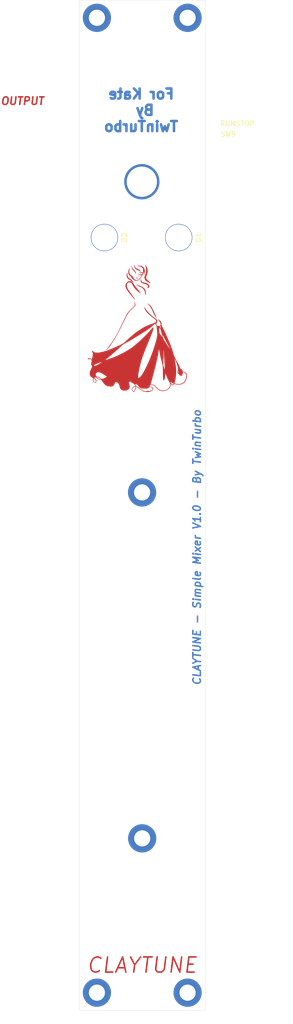
<source format=kicad_pcb>
(kicad_pcb (version 20171130) (host pcbnew "(5.1.7)-1")

  (general
    (thickness 1.6)
    (drawings 9)
    (tracks 0)
    (zones 0)
    (modules 11)
    (nets 2)
  )

  (page A4)
  (layers
    (0 F.Cu signal)
    (31 B.Cu signal)
    (32 B.Adhes user)
    (33 F.Adhes user)
    (34 B.Paste user)
    (35 F.Paste user)
    (36 B.SilkS user)
    (37 F.SilkS user)
    (38 B.Mask user)
    (39 F.Mask user)
    (40 Dwgs.User user)
    (41 Cmts.User user)
    (42 Eco1.User user)
    (43 Eco2.User user)
    (44 Edge.Cuts user)
    (45 Margin user)
    (46 B.CrtYd user)
    (47 F.CrtYd user)
    (48 B.Fab user)
    (49 F.Fab user)
  )

  (setup
    (last_trace_width 0.25)
    (trace_clearance 0.2)
    (zone_clearance 0.508)
    (zone_45_only no)
    (trace_min 0.2)
    (via_size 0.8)
    (via_drill 0.4)
    (via_min_size 0.4)
    (via_min_drill 0.3)
    (uvia_size 0.3)
    (uvia_drill 0.1)
    (uvias_allowed no)
    (uvia_min_size 0.2)
    (uvia_min_drill 0.1)
    (edge_width 0.05)
    (segment_width 0.2)
    (pcb_text_width 0.3)
    (pcb_text_size 1.5 1.5)
    (mod_edge_width 0.12)
    (mod_text_size 1 1)
    (mod_text_width 0.15)
    (pad_size 5.6 5.6)
    (pad_drill 5.2)
    (pad_to_mask_clearance 0.051)
    (solder_mask_min_width 0.25)
    (aux_axis_origin 0 0)
    (visible_elements 7FFFFFFF)
    (pcbplotparams
      (layerselection 0x010fc_ffffffff)
      (usegerberextensions false)
      (usegerberattributes false)
      (usegerberadvancedattributes false)
      (creategerberjobfile false)
      (excludeedgelayer true)
      (linewidth 0.100000)
      (plotframeref false)
      (viasonmask false)
      (mode 1)
      (useauxorigin false)
      (hpglpennumber 1)
      (hpglpenspeed 20)
      (hpglpendiameter 15.000000)
      (psnegative false)
      (psa4output false)
      (plotreference true)
      (plotvalue true)
      (plotinvisibletext false)
      (padsonsilk false)
      (subtractmaskfromsilk false)
      (outputformat 1)
      (mirror false)
      (drillshape 0)
      (scaleselection 1)
      (outputdirectory "PCB/"))
  )

  (net 0 "")
  (net 1 GND)

  (net_class Default "This is the default net class."
    (clearance 0.2)
    (trace_width 0.25)
    (via_dia 0.8)
    (via_drill 0.4)
    (uvia_dia 0.3)
    (uvia_drill 0.1)
  )

  (module RobsFoots:FP-MINITOGLE (layer F.Cu) (tedit 5FE491F8) (tstamp 5FE4E7D1)
    (at 91.66 54.66)
    (fp_text reference SW9 (at 17.15 -9.4) (layer F.SilkS)
      (effects (font (size 1 1) (thickness 0.15)))
    )
    (fp_text value RUNSTOP (at 18.96 -11.51) (layer F.SilkS)
      (effects (font (size 1 1) (thickness 0.15)))
    )
    (fp_line (start -3.81 7.62) (end -3.81 -7.62) (layer Dwgs.User) (width 0.15))
    (fp_line (start 3.81 -7.62) (end 3.81 7.62) (layer Dwgs.User) (width 0.15))
    (fp_line (start 3.81 7.62) (end -3.81 7.62) (layer Dwgs.User) (width 0.15))
    (fp_line (start -3.81 -7.62) (end -2.54 -7.62) (layer Dwgs.User) (width 0.15))
    (fp_line (start -2.54 -7.62) (end 3.81 -7.62) (layer Dwgs.User) (width 0.15))
    (fp_line (start -2.54 -7.62) (end -3.81 -7.62) (layer Dwgs.User) (width 0.15))
    (pad 2 thru_hole circle (at 0 0) (size 7 7) (drill 6) (layers *.Cu *.Mask))
  )

  (module RobsFoots:FP-LED_D5.0mm (layer F.Cu) (tedit 5FE49142) (tstamp 5FE4B511)
    (at 84.242 64.44 270)
    (descr "LED, diameter 5.0mm, 2 pins, http://cdn-reichelt.de/documents/datenblatt/A500/LL-504BC2E-009.pdf")
    (tags "LED diameter 5.0mm 2 pins")
    (path /5FEBD117)
    (fp_text reference D2 (at 1.27 -3.96 270) (layer F.SilkS)
      (effects (font (size 1 1) (thickness 0.15)))
    )
    (fp_text value "LED +12" (at 1.27 3.96 270) (layer F.Fab)
      (effects (font (size 1 1) (thickness 0.15)))
    )
    (fp_text user %R (at 1.25 0 270) (layer F.Fab)
      (effects (font (size 0.8 0.8) (thickness 0.2)))
    )
    (fp_line (start 4.5 -3.25) (end -1.95 -3.25) (layer F.CrtYd) (width 0.05))
    (fp_line (start 4.5 3.25) (end 4.5 -3.25) (layer F.CrtYd) (width 0.05))
    (fp_line (start -1.95 3.25) (end 4.5 3.25) (layer F.CrtYd) (width 0.05))
    (fp_line (start -1.95 -3.25) (end -1.95 3.25) (layer F.CrtYd) (width 0.05))
    (pad 1 thru_hole circle (at 1.27 0 270) (size 5.4 5.4) (drill 5.2) (layers *.Cu *.Mask))
  )

  (module RobsFoots:FP-LED_D5.0mm (layer F.Cu) (tedit 5FE49142) (tstamp 5FE4B6A2)
    (at 98.974 64.44 270)
    (descr "LED, diameter 5.0mm, 2 pins, http://cdn-reichelt.de/documents/datenblatt/A500/LL-504BC2E-009.pdf")
    (tags "LED diameter 5.0mm 2 pins")
    (path /5FEBB4E9)
    (fp_text reference D1 (at 1.27 -3.96 270) (layer F.SilkS)
      (effects (font (size 1 1) (thickness 0.15)))
    )
    (fp_text value "LED -12" (at 1.27 3.96 270) (layer F.Fab)
      (effects (font (size 1 1) (thickness 0.15)))
    )
    (fp_text user %R (at 1.25 0 270) (layer F.Fab)
      (effects (font (size 0.8 0.8) (thickness 0.2)))
    )
    (fp_line (start 4.5 -3.25) (end -1.95 -3.25) (layer F.CrtYd) (width 0.05))
    (fp_line (start 4.5 3.25) (end 4.5 -3.25) (layer F.CrtYd) (width 0.05))
    (fp_line (start -1.95 3.25) (end 4.5 3.25) (layer F.CrtYd) (width 0.05))
    (fp_line (start -1.95 -3.25) (end -1.95 3.25) (layer F.CrtYd) (width 0.05))
    (pad 1 thru_hole circle (at 1.27 0 270) (size 5.4 5.4) (drill 5.2) (layers *.Cu *.Mask))
  )

  (module MountingHole:MountingHole_3.2mm_M3_DIN965_Pad (layer F.Cu) (tedit 56D1B4CB) (tstamp 5FE467AA)
    (at 100.744 215.208)
    (descr "Mounting Hole 3.2mm, M3, DIN965")
    (tags "mounting hole 3.2mm m3 din965")
    (path /5EDB4F9A)
    (attr virtual)
    (fp_text reference H1 (at -7.234 5.422) (layer F.SilkS) hide
      (effects (font (size 1 1) (thickness 0.15)))
    )
    (fp_text value MountingHole_Pad (at 0.756 5.392) (layer F.Fab)
      (effects (font (size 1 1) (thickness 0.15)))
    )
    (fp_text user %R (at 0.3 0) (layer F.Fab)
      (effects (font (size 1 1) (thickness 0.15)))
    )
    (fp_circle (center 0 0) (end 3.05 0) (layer F.CrtYd) (width 0.05))
    (fp_circle (center 0 0) (end 2.8 0) (layer Cmts.User) (width 0.15))
    (pad 1 thru_hole circle (at 0 0) (size 5.6 5.6) (drill 3.2) (layers *.Cu *.Mask))
  )

  (module MountingHole:MountingHole_3.2mm_M3_DIN965_Pad (layer F.Cu) (tedit 56D1B4CB) (tstamp 5FE4679C)
    (at 82.744 215.208)
    (descr "Mounting Hole 3.2mm, M3, DIN965")
    (tags "mounting hole 3.2mm m3 din965")
    (path /5EDB4F9A)
    (attr virtual)
    (fp_text reference H1 (at 3.226 5.382) (layer F.SilkS) hide
      (effects (font (size 1 1) (thickness 0.15)))
    )
    (fp_text value MountingHole_Pad (at -4.624 5.352) (layer F.Fab)
      (effects (font (size 1 1) (thickness 0.15)))
    )
    (fp_circle (center 0 0) (end 2.8 0) (layer Cmts.User) (width 0.15))
    (fp_circle (center 0 0) (end 3.05 0) (layer F.CrtYd) (width 0.05))
    (fp_text user %R (at 0.3 0) (layer F.Fab)
      (effects (font (size 1 1) (thickness 0.15)))
    )
    (pad 1 thru_hole circle (at 0 0) (size 5.6 5.6) (drill 3.2) (layers *.Cu *.Mask))
  )

  (module MountingHole:MountingHole_3.2mm_M3_DIN965_Pad (layer F.Cu) (tedit 56D1B4CB) (tstamp 5FE4678E)
    (at 82.744 22.208)
    (descr "Mounting Hole 3.2mm, M3, DIN965")
    (tags "mounting hole 3.2mm m3 din965")
    (path /5EDB4F9A)
    (attr virtual)
    (fp_text reference H1 (at 0.1908 -4.7836) (layer F.SilkS) hide
      (effects (font (size 1 1) (thickness 0.15)))
    )
    (fp_text value MountingHole_Pad (at -12.184 -1.678) (layer F.Fab)
      (effects (font (size 1 1) (thickness 0.15)))
    )
    (fp_text user %R (at 0.3 0) (layer F.Fab)
      (effects (font (size 1 1) (thickness 0.15)))
    )
    (fp_circle (center 0 0) (end 3.05 0) (layer F.CrtYd) (width 0.05))
    (fp_circle (center 0 0) (end 2.8 0) (layer Cmts.User) (width 0.15))
    (pad 1 thru_hole circle (at 0 0) (size 5.6 5.6) (drill 3.2) (layers *.Cu *.Mask))
  )

  (module MountingHole:MountingHole_3.2mm_M3_DIN965_Pad (layer B.Cu) (tedit 56D1B4CB) (tstamp 5FE4B6BA)
    (at 91.73 184.66 270)
    (descr "Mounting Hole 3.2mm, M3, DIN965")
    (tags "mounting hole 3.2mm m3 din965")
    (path /5EDB4F9A)
    (attr virtual)
    (fp_text reference H1 (at 0.06 -15.02 270) (layer B.SilkS) hide
      (effects (font (size 1 1) (thickness 0.15)) (justify mirror))
    )
    (fp_text value MountingHole_Pad (at 0.41 -13.57 270) (layer B.Fab)
      (effects (font (size 1 1) (thickness 0.15)) (justify mirror))
    )
    (fp_circle (center 0 0) (end 2.8 0) (layer Cmts.User) (width 0.15))
    (fp_circle (center 0 0) (end 3.05 0) (layer B.CrtYd) (width 0.05))
    (fp_text user %R (at 0.3 0 270) (layer B.Fab)
      (effects (font (size 1 1) (thickness 0.15)) (justify mirror))
    )
    (pad 1 thru_hole circle (at 0 0 270) (size 5.6 5.6) (drill 3.2) (layers *.Cu *.Mask))
  )

  (module MountingHole:MountingHole_3.2mm_M3_DIN965_Pad (layer B.Cu) (tedit 56D1B4CB) (tstamp 5FE4B6B3)
    (at 91.71 116.17 270)
    (descr "Mounting Hole 3.2mm, M3, DIN965")
    (tags "mounting hole 3.2mm m3 din965")
    (path /5EDB4F9A)
    (attr virtual)
    (fp_text reference H1 (at -0.62 -14.82 270) (layer B.SilkS) hide
      (effects (font (size 1 1) (thickness 0.15)) (justify mirror))
    )
    (fp_text value MountingHole_Pad (at 0.86 -15.77 270) (layer B.Fab)
      (effects (font (size 1 1) (thickness 0.15)) (justify mirror))
    )
    (fp_circle (center 0 0) (end 3.05 0) (layer B.CrtYd) (width 0.05))
    (fp_circle (center 0 0) (end 2.8 0) (layer Cmts.User) (width 0.15))
    (fp_text user %R (at 0.3 0 270) (layer B.Fab)
      (effects (font (size 1 1) (thickness 0.15)) (justify mirror))
    )
    (pad 1 thru_hole circle (at 0 0 270) (size 5.6 5.6) (drill 3.2) (layers *.Cu *.Mask))
  )

  (module MountingHole:MountingHole_3.2mm_M3_DIN965_Pad (layer F.Cu) (tedit 56D1B4CB) (tstamp 5FE45E12)
    (at 100.744 22.208)
    (descr "Mounting Hole 3.2mm, M3, DIN965")
    (tags "mounting hole 3.2mm m3 din965")
    (path /5EDB4F9A)
    (attr virtual)
    (fp_text reference H1 (at 0.1908 -4.7836) (layer F.SilkS) hide
      (effects (font (size 1 1) (thickness 0.15)))
    )
    (fp_text value MountingHole_Pad (at 14.016 0.922) (layer F.Fab)
      (effects (font (size 1 1) (thickness 0.15)))
    )
    (fp_circle (center 0 0) (end 2.8 0) (layer Cmts.User) (width 0.15))
    (fp_circle (center 0 0) (end 3.05 0) (layer F.CrtYd) (width 0.05))
    (fp_text user %R (at 0.3 0) (layer F.Fab)
      (effects (font (size 1 1) (thickness 0.15)))
    )
    (pad 1 thru_hole circle (at 0 0) (size 5.6 5.6) (drill 3.2) (layers *.Cu *.Mask))
  )

  (module ROBSLIBRARY:shoebw-cu (layer F.Cu) (tedit 0) (tstamp 5EC9B99B)
    (at 91.45 130.98)
    (fp_text reference G*** (at 0 0) (layer F.SilkS) hide
      (effects (font (size 1.524 1.524) (thickness 0.3)))
    )
    (fp_text value LOGO (at 0.75 0) (layer F.SilkS) hide
      (effects (font (size 1.524 1.524) (thickness 0.3)))
    )
    (fp_poly (pts (xy -3.540394 -5.16274) (xy -3.466677 -5.098403) (xy -3.46049 -5.082836) (xy -3.493336 -5.05439)
      (xy -3.561719 -5.118131) (xy -3.570914 -5.132219) (xy -3.579071 -5.179579) (xy -3.540394 -5.16274)) (layer B.Mask) (width 0.01))
    (fp_poly (pts (xy -3.317324 -4.859665) (xy -3.216177 -4.71647) (xy -3.084029 -4.513566) (xy -3.063768 -4.481335)
      (xy -2.894274 -4.20991) (xy -2.786626 -4.034687) (xy -2.729024 -3.934663) (xy -2.709668 -3.888838)
      (xy -2.716757 -3.876212) (xy -2.723499 -3.875749) (xy -2.773139 -3.929981) (xy -2.874286 -4.073175)
      (xy -3.006434 -4.27608) (xy -3.026695 -4.308311) (xy -3.196189 -4.579735) (xy -3.303837 -4.754959)
      (xy -3.361439 -4.854983) (xy -3.380795 -4.900807) (xy -3.373706 -4.913434) (xy -3.366964 -4.913896)
      (xy -3.317324 -4.859665)) (layer B.Mask) (width 0.01))
    (fp_poly (pts (xy -2.629973 -3.771935) (xy -2.664578 -3.73733) (xy -2.699182 -3.771935) (xy -2.664578 -3.806539)
      (xy -2.629973 -3.771935)) (layer B.Mask) (width 0.01))
    (fp_poly (pts (xy -2.560763 -3.633515) (xy -2.595368 -3.59891) (xy -2.629973 -3.633515) (xy -2.595368 -3.66812)
      (xy -2.560763 -3.633515)) (layer B.Mask) (width 0.01))
    (fp_poly (pts (xy -2.491553 -3.495095) (xy -2.526158 -3.46049) (xy -2.560763 -3.495095) (xy -2.526158 -3.5297)
      (xy -2.491553 -3.495095)) (layer B.Mask) (width 0.01))
    (fp_poly (pts (xy -2.422343 -3.356676) (xy -2.456948 -3.322071) (xy -2.491553 -3.356676) (xy -2.456948 -3.391281)
      (xy -2.422343 -3.356676)) (layer B.Mask) (width 0.01))
    (fp_poly (pts (xy -2.353133 -3.218256) (xy -2.387738 -3.183651) (xy -2.422343 -3.218256) (xy -2.387738 -3.252861)
      (xy -2.353133 -3.218256)) (layer B.Mask) (width 0.01))
    (fp_poly (pts (xy -2.076294 -2.595368) (xy -2.110899 -2.560763) (xy -2.145504 -2.595368) (xy -2.110899 -2.629973)
      (xy -2.076294 -2.595368)) (layer B.Mask) (width 0.01))
    (fp_poly (pts (xy -2.007084 -2.456948) (xy -2.041689 -2.422343) (xy -2.076294 -2.456948) (xy -2.041689 -2.491553)
      (xy -2.007084 -2.456948)) (layer B.Mask) (width 0.01))
    (fp_poly (pts (xy -1.960944 -2.330063) (xy -1.952661 -2.247928) (xy -1.960944 -2.237784) (xy -2.00209 -2.247284)
      (xy -2.007084 -2.283924) (xy -1.981762 -2.340891) (xy -1.960944 -2.330063)) (layer B.Mask) (width 0.01))
    (fp_poly (pts (xy -1.868665 -2.110899) (xy -1.90327 -2.076294) (xy -1.937875 -2.110899) (xy -1.90327 -2.145504)
      (xy -1.868665 -2.110899)) (layer B.Mask) (width 0.01))
    (fp_poly (pts (xy -1.799455 -1.972479) (xy -1.83406 -1.937875) (xy -1.868665 -1.972479) (xy -1.83406 -2.007084)
      (xy -1.799455 -1.972479)) (layer B.Mask) (width 0.01))
    (fp_poly (pts (xy -1.753315 -1.845595) (xy -1.745032 -1.763459) (xy -1.753315 -1.753315) (xy -1.79446 -1.762815)
      (xy -1.799455 -1.799455) (xy -1.774132 -1.856422) (xy -1.753315 -1.845595)) (layer B.Mask) (width 0.01))
    (fp_poly (pts (xy -1.661035 -1.62643) (xy -1.69564 -1.591826) (xy -1.730245 -1.62643) (xy -1.69564 -1.661035)
      (xy -1.661035 -1.62643)) (layer B.Mask) (width 0.01))
    (fp_poly (pts (xy -1.591826 -1.488011) (xy -1.62643 -1.453406) (xy -1.661035 -1.488011) (xy -1.62643 -1.522616)
      (xy -1.591826 -1.488011)) (layer B.Mask) (width 0.01))
    (fp_poly (pts (xy -1.384196 -0.934332) (xy -1.418801 -0.899727) (xy -1.453406 -0.934332) (xy -1.418801 -0.968937)
      (xy -1.384196 -0.934332)) (layer B.Mask) (width 0.01))
    (fp_poly (pts (xy 0.622888 2.802997) (xy 0.588283 2.837602) (xy 0.553679 2.802997) (xy 0.588283 2.768392)
      (xy 0.622888 2.802997)) (layer B.Mask) (width 0.01))
    (fp_poly (pts (xy 2.117409 2.855369) (xy 2.126658 2.856303) (xy 2.192148 2.869136) (xy 2.132853 2.878871)
      (xy 1.9624 2.883813) (xy 1.90327 2.884102) (xy 1.701233 2.881052) (xy 1.601286 2.872468)
      (xy 1.61973 2.86005) (xy 1.642189 2.856861) (xy 1.871058 2.845242) (xy 2.117409 2.855369)) (layer B.Mask) (width 0.01))
    (fp_poly (pts (xy -4.048868 -5.758385) (xy -3.885552 -5.602762) (xy -3.736878 -5.43297) (xy -3.564808 -5.225341)
      (xy -3.800193 -5.43297) (xy -3.919397 -5.536147) (xy -3.980611 -5.577505) (xy -3.980669 -5.544165)
      (xy -3.916405 -5.42325) (xy -3.784655 -5.201882) (xy -3.715132 -5.086921) (xy -3.490444 -4.691479)
      (xy -3.277793 -4.263574) (xy -3.072795 -3.790173) (xy -2.871066 -3.258246) (xy -2.668223 -2.654762)
      (xy -2.459881 -1.966691) (xy -2.241656 -1.181002) (xy -2.009164 -0.284664) (xy -1.762227 0.717926)
      (xy -1.580651 1.420192) (xy -1.402915 2.008032) (xy -1.231265 2.475149) (xy -1.067946 2.815247)
      (xy -0.956005 2.978838) (xy -0.847393 3.083548) (xy -0.677733 3.225158) (xy -0.593671 3.290282)
      (xy -0.450702 3.390538) (xy -0.321305 3.450772) (xy -0.164015 3.480449) (xy 0.062632 3.489032)
      (xy 0.271452 3.487724) (xy 0.585711 3.475305) (xy 0.859155 3.439902) (xy 1.143927 3.371183)
      (xy 1.492168 3.258812) (xy 1.577918 3.228816) (xy 1.898043 3.11857) (xy 2.116672 3.052792)
      (xy 2.261589 3.026487) (xy 2.360579 3.034665) (xy 2.441427 3.07233) (xy 2.443041 3.073344)
      (xy 2.587426 3.143705) (xy 2.813277 3.232161) (xy 3.045232 3.310951) (xy 3.719808 3.524943)
      (xy 4.273766 3.706) (xy 4.719286 3.860234) (xy 5.068548 3.993757) (xy 5.333731 4.112684)
      (xy 5.527014 4.223127) (xy 5.660578 4.331199) (xy 5.746603 4.443013) (xy 5.797267 4.564682)
      (xy 5.82475 4.702319) (xy 5.825279 4.706267) (xy 5.823969 4.809277) (xy 5.767151 4.882745)
      (xy 5.62562 4.951221) (xy 5.467575 5.006963) (xy 5.271026 5.061209) (xy 4.969676 5.129976)
      (xy 4.595515 5.20662) (xy 4.180534 5.284497) (xy 3.880668 5.336558) (xy 3.488849 5.403664)
      (xy 3.146322 5.465211) (xy 2.875673 5.516904) (xy 2.699488 5.554452) (xy 2.640659 5.572239)
      (xy 2.679224 5.593441) (xy 2.816673 5.605172) (xy 2.874514 5.605995) (xy 3.036718 5.619246)
      (xy 3.08572 5.655073) (xy 3.076376 5.668529) (xy 2.992304 5.68647) (xy 2.792282 5.704493)
      (xy 2.498778 5.721995) (xy 2.13426 5.738371) (xy 1.721195 5.753015) (xy 1.282051 5.765322)
      (xy 0.839297 5.774688) (xy 0.415401 5.780509) (xy 0.032829 5.782179) (xy -0.28595 5.779093)
      (xy -0.518468 5.770647) (xy -0.570981 5.766713) (xy -0.76261 5.738533) (xy -0.881094 5.700384)
      (xy -0.899727 5.679809) (xy -0.956812 5.616935) (xy -1.095348 5.541843) (xy -1.10661 5.537094)
      (xy -1.328914 5.395547) (xy -1.566894 5.165249) (xy -1.784871 4.885987) (xy -1.945271 4.601851)
      (xy -1.998891 4.452085) (xy -2.079061 4.190723) (xy -2.179341 3.840599) (xy -2.293289 3.424548)
      (xy -2.414468 2.965405) (xy -2.490985 2.666821) (xy -2.636816 2.100986) (xy -2.760387 1.647372)
      (xy -2.869153 1.283008) (xy -2.970573 0.984924) (xy -3.072101 0.730148) (xy -3.181196 0.495709)
      (xy -3.221651 0.415944) (xy -3.461384 0.005583) (xy -3.71896 -0.342095) (xy -3.980756 -0.616283)
      (xy -4.233147 -0.806173) (xy -4.46251 -0.900959) (xy -4.655221 -0.889834) (xy -4.765113 -0.8084)
      (xy -4.783416 -0.720908) (xy -4.802934 -0.51189) (xy -4.823121 -0.198225) (xy -4.843432 0.203205)
      (xy -4.863319 0.675519) (xy -4.882237 1.201835) (xy -4.899638 1.765272) (xy -4.914978 2.34895)
      (xy -4.927708 2.935988) (xy -4.937284 3.509503) (xy -4.943158 4.052615) (xy -4.944784 4.548443)
      (xy -4.944159 4.72357) (xy -4.943756 5.051967) (xy -4.95015 5.266225) (xy -4.967853 5.390602)
      (xy -5.00138 5.449361) (xy -5.055243 5.466761) (xy -5.082579 5.467575) (xy -5.11984 5.464765)
      (xy -5.14999 5.447487) (xy -5.173794 5.40247) (xy -5.192018 5.31644) (xy -5.205427 5.176127)
      (xy -5.214786 4.968258) (xy -5.220859 4.679562) (xy -5.224413 4.296766) (xy -5.226211 3.806599)
      (xy -5.22702 3.195788) (xy -5.227205 2.958719) (xy -5.233711 2.027148) (xy -5.251344 1.157127)
      (xy -5.279413 0.360213) (xy -5.31723 -0.352041) (xy -5.364103 -0.968082) (xy -5.419342 -1.476354)
      (xy -5.482257 -1.865305) (xy -5.526196 -2.046154) (xy -5.566031 -2.338992) (xy -5.550119 -2.722066)
      (xy -5.485472 -3.162238) (xy -5.379103 -3.62637) (xy -5.370774 -3.653231) (xy -4.417292 -3.653231)
      (xy -4.417256 -3.455605) (xy -4.305661 -3.269751) (xy -4.093198 -3.120834) (xy -3.970561 -3.073511)
      (xy -3.707123 -3.001196) (xy -3.5601 -2.982938) (xy -3.5297 -3.002681) (xy -3.56963 -3.137221)
      (xy -3.67217 -3.333406) (xy -3.81144 -3.546434) (xy -3.931726 -3.698668) (xy -4.070562 -3.849743)
      (xy -4.157379 -3.909328) (xy -4.229482 -3.891673) (xy -4.295078 -3.837461) (xy -4.417292 -3.653231)
      (xy -5.370774 -3.653231) (xy -5.238027 -4.081326) (xy -5.069255 -4.493967) (xy -4.96605 -4.692832)
      (xy -4.848929 -4.883299) (xy -4.69784 -5.109664) (xy -4.533366 -5.34357) (xy -4.376093 -5.556658)
      (xy -4.246605 -5.720572) (xy -4.165486 -5.806953) (xy -4.152468 -5.813624) (xy -4.048868 -5.758385)) (layer B.Mask) (width 0.01))
  )

  (module ROBSLIBRARY:GFX1FC (layer F.Cu) (tedit 0) (tstamp 5EC91871)
    (at 90.8 83.17)
    (fp_text reference G*** (at 0 0) (layer F.SilkS) hide
      (effects (font (size 1.524 1.524) (thickness 0.3)))
    )
    (fp_text value LOGO (at 0.75 0) (layer F.SilkS) hide
      (effects (font (size 1.524 1.524) (thickness 0.3)))
    )
    (fp_poly (pts (xy 1.411526 -3.663938) (xy 1.446125 -3.60742) (xy 1.489177 -3.527163) (xy 1.5001 -3.505457)
      (xy 1.565995 -3.388445) (xy 1.657432 -3.247325) (xy 1.765098 -3.095015) (xy 1.879674 -2.944429)
      (xy 1.991847 -2.808484) (xy 2.047919 -2.745946) (xy 2.124257 -2.662446) (xy 2.202454 -2.574599)
      (xy 2.240437 -2.530798) (xy 2.322617 -2.441352) (xy 2.429521 -2.334476) (xy 2.54618 -2.224528)
      (xy 2.657629 -2.125866) (xy 2.695095 -2.094649) (xy 2.751527 -2.048089) (xy 2.78974 -2.015494)
      (xy 2.796796 -2.00896) (xy 2.83933 -1.971166) (xy 2.913167 -1.911633) (xy 3.008148 -1.838061)
      (xy 3.114111 -1.758147) (xy 3.220899 -1.679593) (xy 3.318349 -1.610096) (xy 3.368869 -1.57544)
      (xy 3.555944 -1.444727) (xy 3.700762 -1.330494) (xy 3.807182 -1.227803) (xy 3.879065 -1.131716)
      (xy 3.920273 -1.037295) (xy 3.934667 -0.939599) (xy 3.929772 -0.858013) (xy 3.909399 -0.77354)
      (xy 3.871748 -0.669736) (xy 3.824578 -0.564115) (xy 3.775645 -0.474195) (xy 3.736138 -0.42079)
      (xy 3.713857 -0.366651) (xy 3.721587 -0.295504) (xy 3.749441 -0.240044) (xy 3.77925 -0.175397)
      (xy 3.787579 -0.124711) (xy 3.810335 -0.046348) (xy 3.873661 0.004616) (xy 3.973496 0.02515)
      (xy 3.9887 0.025426) (xy 4.078548 0.035415) (xy 4.161838 0.060021) (xy 4.173954 0.065728)
      (xy 4.238353 0.090131) (xy 4.277185 0.08059) (xy 4.279478 0.07844) (xy 4.326165 0.054512)
      (xy 4.383558 0.050683) (xy 4.431369 0.065179) (xy 4.449449 0.093318) (xy 4.459634 0.138965)
      (xy 4.485972 0.209842) (xy 4.522139 0.292597) (xy 4.56181 0.373878) (xy 4.59866 0.440332)
      (xy 4.626365 0.478609) (xy 4.634077 0.483084) (xy 4.646709 0.461273) (xy 4.642425 0.405365)
      (xy 4.641439 0.400451) (xy 4.628201 0.326377) (xy 4.613682 0.230023) (xy 4.606772 0.177978)
      (xy 4.594573 0.097874) (xy 4.579563 0.056933) (xy 4.555291 0.043598) (xy 4.532082 0.044195)
      (xy 4.487453 0.032551) (xy 4.473059 -0.001002) (xy 4.497357 -0.036313) (xy 4.4981 -0.036778)
      (xy 4.522206 -0.066669) (xy 4.556786 -0.12604) (xy 4.574326 -0.160617) (xy 4.602629 -0.222335)
      (xy 4.614179 -0.268409) (xy 4.609299 -0.318193) (xy 4.58831 -0.391039) (xy 4.578661 -0.421087)
      (xy 4.549565 -0.515097) (xy 4.52513 -0.600567) (xy 4.513848 -0.645242) (xy 4.488813 -0.699361)
      (xy 4.437881 -0.773807) (xy 4.371562 -0.853403) (xy 4.364212 -0.861358) (xy 4.248108 -0.988545)
      (xy 4.166447 -1.084995) (xy 4.116318 -1.154471) (xy 4.094808 -1.200739) (xy 4.093493 -1.211371)
      (xy 4.109506 -1.237893) (xy 4.154466 -1.228563) (xy 4.223752 -1.185729) (xy 4.312745 -1.111737)
      (xy 4.340328 -1.085982) (xy 4.419006 -1.014601) (xy 4.495069 -0.951711) (xy 4.549887 -0.912366)
      (xy 4.610573 -0.857584) (xy 4.661104 -0.782897) (xy 4.667141 -0.769898) (xy 4.714637 -0.64057)
      (xy 4.750295 -0.50756) (xy 4.772573 -0.381678) (xy 4.77993 -0.273735) (xy 4.770825 -0.194541)
      (xy 4.75381 -0.161978) (xy 4.743151 -0.127704) (xy 4.762068 -0.070487) (xy 4.812862 0.015303)
      (xy 4.846162 0.063922) (xy 4.873665 0.110244) (xy 4.918856 0.194672) (xy 4.977803 0.309287)
      (xy 5.046573 0.446172) (xy 5.121232 0.597406) (xy 5.197847 0.755071) (xy 5.272485 0.911248)
      (xy 5.341212 1.05802) (xy 5.357458 1.093294) (xy 5.402307 1.190469) (xy 5.456599 1.307284)
      (xy 5.505144 1.411112) (xy 5.551721 1.51131) (xy 5.59502 1.606087) (xy 5.626007 1.675665)
      (xy 5.62705 1.678079) (xy 5.656956 1.7462) (xy 5.69906 1.840601) (xy 5.744447 1.9413)
      (xy 5.746146 1.945045) (xy 5.791573 2.045603) (xy 5.834195 2.140631) (xy 5.865046 2.210136)
      (xy 5.865869 2.212012) (xy 5.898852 2.286227) (xy 5.94147 2.380787) (xy 5.968796 2.440841)
      (xy 6.041927 2.60427) (xy 6.100007 2.742502) (xy 6.121561 2.796797) (xy 6.145193 2.853444)
      (xy 6.181579 2.936548) (xy 6.215946 3.012913) (xy 6.25535 3.100278) (xy 6.288366 3.175185)
      (xy 6.305752 3.216317) (xy 6.324793 3.264464) (xy 6.355957 3.343553) (xy 6.392783 3.437193)
      (xy 6.395908 3.445146) (xy 6.44081 3.556527) (xy 6.488734 3.670922) (xy 6.525508 3.755033)
      (xy 6.558432 3.83379) (xy 6.580106 3.897108) (xy 6.585185 3.922748) (xy 6.596798 3.972057)
      (xy 6.62754 4.050444) (xy 6.671266 4.142865) (xy 6.688522 4.175782) (xy 6.709291 4.239856)
      (xy 6.712312 4.269626) (xy 6.72391 4.318443) (xy 6.737737 4.335035) (xy 6.759403 4.371043)
      (xy 6.763163 4.398039) (xy 6.774252 4.451958) (xy 6.801372 4.521345) (xy 6.805603 4.530022)
      (xy 6.849412 4.618461) (xy 6.874849 4.673872) (xy 6.886814 4.70844) (xy 6.890207 4.734351)
      (xy 6.89029 4.740635) (xy 6.899854 4.78857) (xy 6.923164 4.855035) (xy 6.925984 4.86175)
      (xy 6.955681 4.940925) (xy 6.985499 5.034839) (xy 6.992446 5.05966) (xy 7.015417 5.140827)
      (xy 7.036439 5.208317) (xy 7.042267 5.224925) (xy 7.090495 5.363459) (xy 7.125086 5.483205)
      (xy 7.142923 5.572798) (xy 7.14467 5.59845) (xy 7.153112 5.654757) (xy 7.16997 5.682583)
      (xy 7.188266 5.716943) (xy 7.195395 5.773298) (xy 7.206893 5.819334) (xy 7.239854 5.905109)
      (xy 7.291974 6.025405) (xy 7.360954 6.175006) (xy 7.44449 6.348692) (xy 7.489147 6.439215)
      (xy 7.581869 6.625575) (xy 7.655304 6.772599) (xy 7.712716 6.886529) (xy 7.757371 6.973605)
      (xy 7.792532 7.040068) (xy 7.821464 7.092159) (xy 7.847432 7.13612) (xy 7.8737 7.17819)
      (xy 7.884637 7.195287) (xy 7.918277 7.250852) (xy 7.965275 7.332337) (xy 8.009585 7.411512)
      (xy 8.064982 7.511935) (xy 8.121586 7.614358) (xy 8.157094 7.678479) (xy 8.194852 7.746964)
      (xy 8.223205 7.800386) (xy 8.250145 7.854784) (xy 8.283664 7.926196) (xy 8.321809 8.009009)
      (xy 8.363332 8.105745) (xy 8.400154 8.202204) (xy 8.416122 8.250551) (xy 8.459595 8.379759)
      (xy 8.503406 8.466857) (xy 8.553365 8.520294) (xy 8.615282 8.548514) (xy 8.62228 8.550257)
      (xy 8.722872 8.59777) (xy 8.813923 8.684104) (xy 8.887389 8.797249) (xy 8.935231 8.925197)
      (xy 8.949749 9.039254) (xy 8.949749 9.127728) (xy 9.116478 9.127728) (xy 9.276849 9.145939)
      (xy 9.423563 9.203549) (xy 9.566612 9.305024) (xy 9.617603 9.351672) (xy 9.697197 9.437208)
      (xy 9.752689 9.522501) (xy 9.78803 9.619431) (xy 9.807172 9.739874) (xy 9.814066 9.895708)
      (xy 9.81434 9.943013) (xy 9.811049 10.105137) (xy 9.798839 10.235589) (xy 9.774435 10.353234)
      (xy 9.734569 10.476937) (xy 9.711013 10.538839) (xy 9.690639 10.592636) (xy 9.661851 10.670815)
      (xy 9.647469 10.710461) (xy 9.618615 10.779455) (xy 9.59271 10.823172) (xy 9.581931 10.831232)
      (xy 9.56407 10.852557) (xy 9.55996 10.882083) (xy 9.551007 10.923423) (xy 9.538615 10.932933)
      (xy 9.513593 10.953451) (xy 9.488331 10.996451) (xy 9.432325 11.084756) (xy 9.344546 11.18303)
      (xy 9.23486 11.283815) (xy 9.113132 11.379657) (xy 8.989227 11.463099) (xy 8.87301 11.526686)
      (xy 8.774347 11.562961) (xy 8.731347 11.568569) (xy 8.679929 11.577229) (xy 8.659323 11.590814)
      (xy 8.629392 11.604771) (xy 8.561915 11.622288) (xy 8.46975 11.64019) (xy 8.439113 11.645176)
      (xy 8.354602 11.656943) (xy 8.276496 11.663675) (xy 8.193907 11.665152) (xy 8.095949 11.66115)
      (xy 7.971737 11.651448) (xy 7.810383 11.635824) (xy 7.767931 11.631478) (xy 7.705563 11.621935)
      (xy 7.624392 11.603152) (xy 7.513658 11.572423) (xy 7.409706 11.541421) (xy 7.329271 11.521229)
      (xy 7.286251 11.523139) (xy 7.271894 11.547935) (xy 7.271671 11.553796) (xy 7.252281 11.624572)
      (xy 7.204429 11.696055) (xy 7.143595 11.748097) (xy 7.112762 11.760618) (xy 7.026572 11.770117)
      (xy 6.944008 11.755792) (xy 6.856276 11.713471) (xy 6.75458 11.638985) (xy 6.637979 11.535527)
      (xy 6.57727 11.48041) (xy 6.546159 11.458307) (xy 6.538245 11.466312) (xy 6.544518 11.493113)
      (xy 6.580719 11.694965) (xy 6.566542 11.893385) (xy 6.50242 12.086948) (xy 6.388786 12.27423)
      (xy 6.263524 12.417572) (xy 6.086945 12.570338) (xy 5.890423 12.699426) (xy 5.689449 12.795358)
      (xy 5.593593 12.827515) (xy 5.488425 12.858056) (xy 5.380387 12.890541) (xy 5.335927 12.904345)
      (xy 5.196199 12.932182) (xy 5.028697 12.940706) (xy 4.850465 12.931241) (xy 4.678546 12.905108)
      (xy 4.529984 12.86363) (xy 4.468863 12.837077) (xy 4.41837 12.817792) (xy 4.39759 12.814415)
      (xy 4.362228 12.799048) (xy 4.297909 12.757793) (xy 4.214233 12.697921) (xy 4.120796 12.626703)
      (xy 4.027196 12.551409) (xy 3.943029 12.47931) (xy 3.89009 12.429955) (xy 3.821131 12.359275)
      (xy 3.733628 12.265873) (xy 3.642261 12.165524) (xy 3.604172 12.12273) (xy 3.453457 11.97218)
      (xy 3.294804 11.850164) (xy 3.138736 11.764196) (xy 3.063763 11.736724) (xy 3.002208 11.7247)
      (xy 2.908039 11.713203) (xy 2.799466 11.704365) (xy 2.776277 11.703033) (xy 2.649391 11.700305)
      (xy 2.564992 11.709841) (xy 2.515619 11.734354) (xy 2.493812 11.77656) (xy 2.490883 11.806867)
      (xy 2.475005 11.870522) (xy 2.452745 11.910315) (xy 2.423102 11.966073) (xy 2.415415 12.00172)
      (xy 2.397724 12.049546) (xy 2.364564 12.08979) (xy 2.326463 12.134243) (xy 2.313713 12.16518)
      (xy 2.29456 12.20666) (xy 2.245886 12.263274) (xy 2.180869 12.322542) (xy 2.11269 12.371985)
      (xy 2.073398 12.392745) (xy 1.996416 12.412651) (xy 1.87874 12.427802) (xy 1.730304 12.438187)
      (xy 1.561043 12.443792) (xy 1.380892 12.444608) (xy 1.199784 12.440622) (xy 1.027656 12.431821)
      (xy 0.874441 12.418194) (xy 0.750074 12.39973) (xy 0.724624 12.39435) (xy 0.545643 12.328129)
      (xy 0.390689 12.21838) (xy 0.263733 12.068302) (xy 0.21391 11.982886) (xy 0.146019 11.874396)
      (xy 0.135534 11.861926) (xy 2.223257 11.861926) (xy 2.243584 11.873541) (xy 2.249255 11.873674)
      (xy 2.281303 11.852428) (xy 2.288288 11.822823) (xy 2.283317 11.781441) (xy 2.27647 11.771972)
      (xy 2.256772 11.791436) (xy 2.237437 11.822823) (xy 2.223257 11.861926) (xy 0.135534 11.861926)
      (xy 0.06241 11.774967) (xy -0.022722 11.700568) (xy -0.05415 11.681328) (xy -0.158188 11.633957)
      (xy -0.200301 11.61942) (xy 2.591089 11.61942) (xy 2.808482 11.61942) (xy 2.929713 11.622325)
      (xy 3.019246 11.633339) (xy 3.096021 11.655909) (xy 3.157636 11.682983) (xy 3.232611 11.717554)
      (xy 3.28903 11.740639) (xy 3.30987 11.746547) (xy 3.34549 11.761695) (xy 3.406026 11.808197)
      (xy 3.493157 11.887637) (xy 3.608564 12.0016) (xy 3.753924 12.151671) (xy 3.877377 12.282228)
      (xy 4.029225 12.432031) (xy 4.183088 12.561823) (xy 4.331943 12.666909) (xy 4.468765 12.742593)
      (xy 4.586532 12.784181) (xy 4.638093 12.790776) (xy 4.712513 12.799238) (xy 4.767267 12.814415)
      (xy 4.833396 12.828835) (xy 4.935722 12.834952) (xy 5.060308 12.832977) (xy 5.193219 12.823124)
      (xy 5.318185 12.806016) (xy 5.406723 12.788273) (xy 5.474633 12.770631) (xy 5.506757 12.757174)
      (xy 5.546706 12.740191) (xy 5.567575 12.738139) (xy 5.60891 12.727409) (xy 5.681674 12.698905)
      (xy 5.772099 12.658157) (xy 5.798523 12.645397) (xy 5.958098 12.550559) (xy 6.112873 12.428639)
      (xy 6.250363 12.291412) (xy 6.358081 12.150654) (xy 6.398299 12.079737) (xy 6.42949 12.01141)
      (xy 6.449634 11.95016) (xy 6.46104 11.881738) (xy 6.46602 11.791894) (xy 6.466883 11.666378)
      (xy 6.466853 11.656905) (xy 6.465381 11.529894) (xy 6.460452 11.440212) (xy 6.449706 11.374348)
      (xy 6.430781 11.318792) (xy 6.401316 11.260033) (xy 6.395737 11.249921) (xy 6.353788 11.175959)
      (xy 6.333493 11.141867) (xy 6.498573 11.141867) (xy 6.510206 11.176656) (xy 6.542334 11.230796)
      (xy 6.590501 11.298091) (xy 6.65025 11.372349) (xy 6.717123 11.447374) (xy 6.786664 11.516973)
      (xy 6.854416 11.574952) (xy 6.859481 11.578794) (xy 6.967506 11.645655) (xy 7.054338 11.667345)
      (xy 7.121789 11.644044) (xy 7.154333 11.607602) (xy 7.186634 11.539237) (xy 7.193362 11.480718)
      (xy 7.174302 11.445796) (xy 7.156912 11.441442) (xy 7.102038 11.429799) (xy 7.074279 11.417806)
      (xy 7.032633 11.396642) (xy 6.986322 11.373733) (xy 7.337844 11.373733) (xy 7.366506 11.42326)
      (xy 7.43341 11.441436) (xy 7.434965 11.441442) (xy 7.4905 11.451155) (xy 7.514484 11.464263)
      (xy 7.553626 11.481906) (xy 7.620715 11.497271) (xy 7.64034 11.500146) (xy 7.733838 11.515849)
      (xy 7.824507 11.536486) (xy 7.831031 11.538286) (xy 7.951762 11.558928) (xy 8.103177 11.565191)
      (xy 8.267351 11.557631) (xy 8.426358 11.536802) (xy 8.515904 11.517092) (xy 8.625278 11.484881)
      (xy 8.730741 11.44864) (xy 8.809575 11.416178) (xy 8.809967 11.415989) (xy 8.878419 11.385346)
      (xy 8.928807 11.367248) (xy 8.94027 11.365166) (xy 8.976241 11.349339) (xy 9.015528 11.318638)
      (xy 9.074182 11.270167) (xy 9.136278 11.225715) (xy 9.201729 11.168248) (xy 9.278613 11.07831)
      (xy 9.36031 10.966508) (xy 9.440204 10.843452) (xy 9.511677 10.71975) (xy 9.568112 10.606011)
      (xy 9.602892 10.512841) (xy 9.610811 10.464989) (xy 9.6221 10.411587) (xy 9.646183 10.353242)
      (xy 9.661461 10.297389) (xy 9.673414 10.203961) (xy 9.681722 10.08615) (xy 9.68606 9.957142)
      (xy 9.686107 9.830128) (xy 9.68154 9.718296) (xy 9.672037 9.634835) (xy 9.664465 9.605474)
      (xy 9.597219 9.492123) (xy 9.490458 9.387428) (xy 9.355516 9.299522) (xy 9.203725 9.236536)
      (xy 9.122192 9.216386) (xy 9.047317 9.212445) (xy 8.995371 9.23861) (xy 8.98898 9.244683)
      (xy 8.958797 9.280418) (xy 8.966837 9.304862) (xy 8.991424 9.324523) (xy 9.023774 9.353008)
      (xy 9.014713 9.372245) (xy 8.994244 9.384714) (xy 8.957733 9.428759) (xy 8.949749 9.46421)
      (xy 8.943023 9.517626) (xy 8.925639 9.599295) (xy 8.907976 9.667364) (xy 8.861304 9.789446)
      (xy 8.798817 9.867466) (xy 8.713834 9.907388) (xy 8.629387 9.915916) (xy 8.512617 9.89126)
      (xy 8.408124 9.817965) (xy 8.317191 9.697038) (xy 8.292474 9.651077) (xy 8.232531 9.558609)
      (xy 8.154561 9.497689) (xy 8.127881 9.484112) (xy 8.028297 9.424593) (xy 7.965661 9.351455)
      (xy 7.933203 9.252954) (xy 7.924178 9.130759) (xy 7.924842 9.108368) (xy 8.017678 9.108368)
      (xy 8.039344 9.223345) (xy 8.086809 9.307846) (xy 8.136587 9.365753) (xy 8.169376 9.379161)
      (xy 8.181818 9.348388) (xy 8.17635 9.29935) (xy 8.162935 9.227437) (xy 8.146032 9.131126)
      (xy 8.135066 9.066023) (xy 8.119963 8.98399) (xy 8.106089 8.924483) (xy 8.098071 8.90321)
      (xy 8.082025 8.916395) (xy 8.056107 8.96391) (xy 8.045221 8.988576) (xy 8.017678 9.108368)
      (xy 7.924842 9.108368) (xy 7.927223 9.028201) (xy 7.941906 8.953597) (xy 7.973973 8.884394)
      (xy 7.996218 8.848048) (xy 8.039614 8.771151) (xy 8.060344 8.701466) (xy 8.064743 8.613982)
      (xy 8.063845 8.581082) (xy 8.05698 8.483475) (xy 8.045261 8.39485) (xy 8.036016 8.352253)
      (xy 8.019424 8.289678) (xy 7.996689 8.196745) (xy 7.972529 8.092777) (xy 7.970839 8.085286)
      (xy 7.94289 7.970798) (xy 7.908059 7.84219) (xy 7.870195 7.71225) (xy 7.83315 7.593768)
      (xy 7.800777 7.499535) (xy 7.777608 7.443639) (xy 7.757899 7.386927) (xy 7.754754 7.361869)
      (xy 7.745103 7.315569) (xy 7.72112 7.247284) (xy 7.713092 7.22804) (xy 7.681316 7.153145)
      (xy 7.655743 7.090346) (xy 7.652121 7.080981) (xy 7.617884 7.000491) (xy 7.567718 6.894278)
      (xy 7.510497 6.781012) (xy 7.501111 6.763164) (xy 7.464703 6.691331) (xy 7.436431 6.630455)
      (xy 7.433459 6.623324) (xy 7.420294 6.603858) (xy 7.411174 6.626581) (xy 7.404491 6.692378)
      (xy 7.404925 6.775536) (xy 7.415893 6.844159) (xy 7.422866 6.862328) (xy 7.440188 6.919783)
      (xy 7.449259 6.99883) (xy 7.449649 7.017418) (xy 7.456437 7.098212) (xy 7.473226 7.165067)
      (xy 7.477905 7.175259) (xy 7.49411 7.224927) (xy 7.511579 7.308945) (xy 7.527045 7.411015)
      (xy 7.529845 7.434198) (xy 7.552227 7.628654) (xy 7.57001 7.782104) (xy 7.584334 7.904069)
      (xy 7.59634 8.004067) (xy 7.607168 8.091619) (xy 7.617958 8.176246) (xy 7.627633 8.250551)
      (xy 7.641296 8.386004) (xy 7.651508 8.551652) (xy 7.65838 8.739578) (xy 7.662019 8.941862)
      (xy 7.662535 9.150588) (xy 7.660036 9.357837) (xy 7.654631 9.555692) (xy 7.646429 9.736234)
      (xy 7.635538 9.891547) (xy 7.622067 10.013711) (xy 7.606125 10.09481) (xy 7.602137 10.106777)
      (xy 7.585055 10.177871) (xy 7.576893 10.263292) (xy 7.576776 10.273163) (xy 7.574775 10.330749)
      (xy 7.567409 10.393905) (xy 7.552638 10.47395) (xy 7.52842 10.582207) (xy 7.499067 10.704105)
      (xy 7.47576 10.802074) (xy 7.453293 10.900747) (xy 7.449027 10.920221) (xy 7.417792 11.061071)
      (xy 7.39322 11.162897) (xy 7.372467 11.236632) (xy 7.352688 11.293205) (xy 7.350654 11.298338)
      (xy 7.337844 11.373733) (xy 6.986322 11.373733) (xy 6.958068 11.359757) (xy 6.863474 11.313503)
      (xy 6.814014 11.289489) (xy 6.714338 11.24031) (xy 6.6286 11.196373) (xy 6.569679 11.164351)
      (xy 6.554623 11.155115) (xy 6.511893 11.132622) (xy 6.498573 11.141867) (xy 6.333493 11.141867)
      (xy 6.319963 11.119139) (xy 6.306213 11.098199) (xy 6.273134 11.046717) (xy 6.22375 10.959864)
      (xy 6.163548 10.848212) (xy 6.098016 10.722335) (xy 6.032643 10.592803) (xy 5.972916 10.470191)
      (xy 5.924323 10.365072) (xy 5.916889 10.348149) (xy 5.883151 10.270975) (xy 5.84157 10.176466)
      (xy 5.821936 10.132032) (xy 5.781696 10.039834) (xy 5.743591 9.950449) (xy 5.729243 9.915916)
      (xy 5.698367 9.844387) (xy 5.671126 9.787422) (xy 5.668638 9.782778) (xy 5.647553 9.718901)
      (xy 5.644444 9.688933) (xy 5.633783 9.640757) (xy 5.620975 9.624733) (xy 5.59927 9.591621)
      (xy 5.580768 9.534022) (xy 5.563117 9.479118) (xy 5.54589 9.473344) (xy 5.529932 9.514982)
      (xy 5.51609 9.602313) (xy 5.508822 9.680193) (xy 5.493676 9.849168) (xy 5.474399 10.019847)
      (xy 5.452425 10.182925) (xy 5.429188 10.329094) (xy 5.406123 10.449047) (xy 5.384664 10.533479)
      (xy 5.372603 10.564265) (xy 5.327526 10.659472) (xy 5.28637 10.764366) (xy 5.278879 10.786737)
      (xy 5.246503 10.824718) (xy 5.200547 10.82636) (xy 5.171356 10.801409) (xy 5.147724 10.749424)
      (xy 5.126924 10.672749) (xy 5.108741 10.568373) (xy 5.092961 10.433287) (xy 5.07937 10.264478)
      (xy 5.067753 10.058937) (xy 5.057897 9.813653) (xy 5.049586 9.525617) (xy 5.042606 9.191816)
      (xy 5.038474 8.934548) (xy 5.033397 8.619832) (xy 5.027968 8.354696) (xy 5.02214 8.13787)
      (xy 5.015863 7.968086) (xy 5.009091 7.844073) (xy 5.001776 7.764561) (xy 4.993869 7.728281)
      (xy 4.992934 7.726841) (xy 4.967616 7.676397) (xy 4.950532 7.614915) (xy 4.933058 7.535149)
      (xy 4.912325 7.457417) (xy 5.129841 7.457417) (xy 5.130201 7.598608) (xy 5.131729 7.713691)
      (xy 5.134484 7.8062) (xy 5.138521 7.879667) (xy 5.143897 7.937628) (xy 5.150669 7.983616)
      (xy 5.158894 8.021165) (xy 5.168628 8.053808) (xy 5.179927 8.08508) (xy 5.184899 8.097998)
      (xy 5.239667 8.247172) (xy 5.272878 8.357096) (xy 5.281614 8.397058) (xy 5.298292 8.453257)
      (xy 5.316845 8.481192) (xy 5.334442 8.514795) (xy 5.339339 8.555077) (xy 5.347193 8.626663)
      (xy 5.366794 8.678963) (xy 5.38819 8.695496) (xy 5.39294 8.671266) (xy 5.396408 8.603333)
      (xy 5.398488 8.49883) (xy 5.399076 8.364892) (xy 5.398063 8.208651) (xy 5.396806 8.117067)
      (xy 5.39301 7.942517) (xy 5.38763 7.777855) (xy 5.381111 7.632368) (xy 5.373895 7.515344)
      (xy 5.366425 7.43607) (xy 5.363388 7.416617) (xy 5.353766 7.341865) (xy 5.345949 7.231842)
      (xy 5.340809 7.102119) (xy 5.339192 6.984385) (xy 5.336852 6.845956) (xy 5.330626 6.709431)
      (xy 5.321511 6.592096) (xy 5.31246 6.521622) (xy 5.30299 6.44854) (xy 5.292366 6.335384)
      (xy 5.281406 6.192891) (xy 5.270931 6.031799) (xy 5.261761 5.862847) (xy 5.261038 5.847848)
      (xy 5.248359 5.583523) (xy 5.23766 5.365483) (xy 5.228636 5.189212) (xy 5.220981 5.050195)
      (xy 5.214392 4.943917) (xy 5.208562 4.865862) (xy 5.203186 4.811517) (xy 5.19796 4.776365)
      (xy 5.192579 4.755891) (xy 5.186737 4.745581) (xy 5.186552 4.745381) (xy 5.181938 4.76535)
      (xy 5.176946 4.831213) (xy 5.171742 4.938019) (xy 5.166493 5.080816) (xy 5.161363 5.25465)
      (xy 5.15652 5.45457) (xy 5.152129 5.675622) (xy 5.149057 5.8641) (xy 5.143593 6.236151)
      (xy 5.138958 6.560892) (xy 5.135209 6.841854) (xy 5.132402 7.082574) (xy 5.130593 7.286583)
      (xy 5.129841 7.457417) (xy 4.912325 7.457417) (xy 4.91036 7.45005) (xy 4.910241 7.44965)
      (xy 4.887406 7.373039) (xy 4.858341 7.275707) (xy 4.841931 7.220821) (xy 4.813788 7.120991)
      (xy 4.788671 7.022356) (xy 4.778944 6.97928) (xy 4.760102 6.896803) (xy 4.734212 6.793204)
      (xy 4.716128 6.725025) (xy 4.689543 6.626075) (xy 4.665099 6.532425) (xy 4.652796 6.483484)
      (xy 4.608715 6.301284) (xy 4.574591 6.156702) (xy 4.547926 6.038054) (xy 4.526223 5.933655)
      (xy 4.506985 5.831821) (xy 4.487715 5.720867) (xy 4.480234 5.676114) (xy 4.463471 5.596092)
      (xy 4.44431 5.53365) (xy 4.436501 5.517205) (xy 4.419635 5.471624) (xy 4.401839 5.395603)
      (xy 4.39214 5.33934) (xy 4.364632 5.158685) (xy 4.340871 5.015631) (xy 4.318555 4.89729)
      (xy 4.295378 4.790775) (xy 4.289844 4.767268) (xy 4.269381 4.691832) (xy 4.25292 4.659335)
      (xy 4.238996 4.671638) (xy 4.226141 4.730605) (xy 4.212889 4.838096) (xy 4.209721 4.868969)
      (xy 4.194681 5.000783) (xy 4.174273 5.154359) (xy 4.150518 5.316713) (xy 4.125443 5.474862)
      (xy 4.101068 5.615821) (xy 4.079419 5.726606) (xy 4.06914 5.771021) (xy 4.0514 5.846825)
      (xy 4.030258 5.946118) (xy 4.016935 6.013114) (xy 3.985086 6.17393) (xy 3.953042 6.326742)
      (xy 3.923398 6.459744) (xy 3.898746 6.561128) (xy 3.888084 6.599703) (xy 3.870775 6.680314)
      (xy 3.864664 6.747571) (xy 3.854619 6.820378) (xy 3.837439 6.868228) (xy 3.816993 6.92246)
      (xy 3.795379 7.003656) (xy 3.785483 7.05089) (xy 3.766545 7.151587) (xy 3.747697 7.251459)
      (xy 3.741286 7.285315) (xy 3.72441 7.358074) (xy 3.706715 7.411079) (xy 3.70271 7.418867)
      (xy 3.687383 7.460273) (xy 3.669042 7.532435) (xy 3.658613 7.583202) (xy 3.623873 7.759297)
      (xy 3.589257 7.912127) (xy 3.548595 8.068888) (xy 3.54759 8.072573) (xy 3.500574 8.248243)
      (xy 3.464579 8.391406) (xy 3.43665 8.513121) (xy 3.418639 8.583254) (xy 3.4011 8.632829)
      (xy 3.398061 8.638549) (xy 3.382787 8.678682) (xy 3.363719 8.748675) (xy 3.354462 8.789142)
      (xy 3.318676 8.946391) (xy 3.279382 9.095857) (xy 3.240391 9.22943) (xy 3.21209 9.329229)
      (xy 3.186842 9.427842) (xy 3.177058 9.470971) (xy 3.156814 9.555671) (xy 3.128833 9.65844)
      (xy 3.112813 9.712513) (xy 3.085913 9.810248) (xy 3.064738 9.905328) (xy 3.057741 9.947857)
      (xy 3.044379 10.013425) (xy 3.026706 10.05397) (xy 3.02294 10.057416) (xy 3.005701 10.090774)
      (xy 2.999299 10.139889) (xy 2.98552 10.215263) (xy 2.962062 10.271872) (xy 2.934999 10.345116)
      (xy 2.924825 10.416568) (xy 2.916946 10.477644) (xy 2.899163 10.512976) (xy 2.898498 10.513414)
      (xy 2.880505 10.547511) (xy 2.872204 10.608135) (xy 2.872172 10.61026) (xy 2.859678 10.690727)
      (xy 2.834935 10.754955) (xy 2.806739 10.828353) (xy 2.797697 10.886938) (xy 2.78848 10.943276)
      (xy 2.771371 10.971071) (xy 2.754054 11.004942) (xy 2.746016 11.06633) (xy 2.745946 11.072773)
      (xy 2.739896 11.134979) (xy 2.725155 11.171351) (xy 2.723403 11.172694) (xy 2.704482 11.204728)
      (xy 2.686242 11.266302) (xy 2.682989 11.282252) (xy 2.666383 11.351218) (xy 2.648368 11.398574)
      (xy 2.645284 11.403304) (xy 2.628006 11.443596) (xy 2.610926 11.510194) (xy 2.608269 11.524074)
      (xy 2.591089 11.61942) (xy -0.200301 11.61942) (xy -0.259316 11.599049) (xy -0.34981 11.577514)
      (xy -0.421947 11.570262) (xy -0.468004 11.578204) (xy -0.480258 11.602249) (xy -0.460798 11.633404)
      (xy -0.429329 11.677719) (xy -0.389478 11.746621) (xy -0.349801 11.823464) (xy -0.318855 11.891603)
      (xy -0.305195 11.934393) (xy -0.305105 11.936278) (xy -0.283963 11.968989) (xy -0.23278 12.006379)
      (xy -0.169919 12.037547) (xy -0.113744 12.051592) (xy -0.110755 12.051652) (xy -0.076016 12.065924)
      (xy -0.009714 12.104575) (xy 0.079118 12.161357) (xy 0.181449 12.230022) (xy 0.288246 12.304324)
      (xy 0.390479 12.378014) (xy 0.479115 12.444845) (xy 0.545123 12.498569) (xy 0.572072 12.523991)
      (xy 0.605321 12.552429) (xy 0.663381 12.596163) (xy 0.732978 12.645893) (xy 0.800838 12.69232)
      (xy 0.853688 12.726144) (xy 0.877741 12.738139) (xy 0.905197 12.750553) (xy 0.959767 12.782022)
      (xy 0.991591 12.801702) (xy 1.063396 12.840318) (xy 1.125901 12.86287) (xy 1.143639 12.865266)
      (xy 1.185228 12.875819) (xy 1.194995 12.890691) (xy 1.216661 12.910129) (xy 1.255652 12.916117)
      (xy 1.322355 12.927985) (xy 1.389135 12.954098) (xy 1.47033 12.982541) (xy 1.554806 12.991171)
      (xy 1.62279 12.979099) (xy 1.643897 12.965553) (xy 1.678831 12.955315) (xy 1.758502 12.945966)
      (xy 1.876799 12.937964) (xy 2.027608 12.931769) (xy 2.127987 12.929176) (xy 2.294758 12.925158)
      (xy 2.419021 12.920429) (xy 2.509116 12.914039) (xy 2.573386 12.905039) (xy 2.620171 12.892478)
      (xy 2.657815 12.875408) (xy 2.671948 12.867246) (xy 2.737819 12.828867) (xy 2.78986 12.800934)
      (xy 2.796796 12.797645) (xy 2.871431 12.742845) (xy 2.935209 12.660191) (xy 2.973654 12.570465)
      (xy 2.978729 12.536512) (xy 2.979129 12.418161) (xy 2.967095 12.340973) (xy 2.9413 12.296489)
      (xy 2.941048 12.296255) (xy 2.867484 12.243717) (xy 2.77909 12.201253) (xy 2.699415 12.179659)
      (xy 2.684815 12.178779) (xy 2.635874 12.170874) (xy 2.618819 12.154889) (xy 2.596425 12.137151)
      (xy 2.541332 12.124384) (xy 2.529298 12.123107) (xy 2.467545 12.109646) (xy 2.442512 12.08961)
      (xy 2.457322 12.072606) (xy 2.511396 12.068024) (xy 2.588367 12.077832) (xy 2.677324 12.097165)
      (xy 2.7603 12.121185) (xy 2.819331 12.145052) (xy 2.833663 12.154812) (xy 2.879351 12.177255)
      (xy 2.897227 12.179625) (xy 2.949309 12.197627) (xy 3.004472 12.238747) (xy 3.043449 12.286498)
      (xy 3.051051 12.311253) (xy 3.067735 12.360129) (xy 3.079384 12.37492) (xy 3.089732 12.414942)
      (xy 3.084538 12.484805) (xy 3.067533 12.567293) (xy 3.042452 12.645191) (xy 3.013024 12.701282)
      (xy 3.007136 12.708173) (xy 2.979436 12.746734) (xy 2.974774 12.762001) (xy 2.954897 12.78694)
      (xy 2.903964 12.828064) (xy 2.83503 12.876251) (xy 2.761147 12.92238) (xy 2.695367 12.957329)
      (xy 2.695095 12.957454) (xy 2.629984 12.986365) (xy 2.548629 13.021387) (xy 2.52983 13.029331)
      (xy 2.453068 13.062383) (xy 2.388447 13.091465) (xy 2.376393 13.097182) (xy 2.333008 13.105128)
      (xy 2.24934 13.109944) (xy 2.135849 13.111819) (xy 2.002993 13.110946) (xy 1.861233 13.107513)
      (xy 1.721027 13.101713) (xy 1.592836 13.093735) (xy 1.487117 13.083771) (xy 1.461962 13.080509)
      (xy 1.376849 13.063025) (xy 1.306394 13.039198) (xy 1.284683 13.027488) (xy 1.229935 12.999592)
      (xy 1.196851 12.992393) (xy 1.153067 12.982312) (xy 1.085346 12.956628) (xy 1.008162 12.922178)
      (xy 0.935988 12.885798) (xy 0.883297 12.854325) (xy 0.864464 12.835376) (xy 0.844655 12.815373)
      (xy 0.836234 12.814415) (xy 0.806761 12.800597) (xy 0.748226 12.764543) (xy 0.67238 12.71435)
      (xy 0.590973 12.658116) (xy 0.515757 12.603939) (xy 0.45848 12.559918) (xy 0.432232 12.53599)
      (xy 0.404903 12.512593) (xy 0.346014 12.46758) (xy 0.265789 12.408309) (xy 0.174455 12.342141)
      (xy 0.08224 12.276434) (xy -0.000632 12.218547) (xy -0.063934 12.175841) (xy -0.093674 12.157519)
      (xy -0.164918 12.133471) (xy -0.211515 12.127928) (xy -0.247492 12.132727) (xy -0.268989 12.155163)
      (xy -0.282722 12.207297) (xy -0.291851 12.272234) (xy -0.323333 12.414328) (xy -0.385803 12.572465)
      (xy -0.482562 12.754725) (xy -0.503145 12.789501) (xy -0.559102 12.883092) (xy -0.617387 12.981006)
      (xy -0.635636 13.011778) (xy -0.695311 13.090188) (xy -0.756583 13.121107) (xy -0.824249 13.104472)
      (xy -0.903102 13.040216) (xy -0.933104 13.007747) (xy -1.006323 12.902856) (xy -1.067171 12.775904)
      (xy -1.107247 12.647387) (xy -1.109581 12.628544) (xy -1.037991 12.628544) (xy -0.994 12.774993)
      (xy -0.978436 12.806713) (xy -0.928728 12.886172) (xy -0.869089 12.960024) (xy -0.810744 13.016163)
      (xy -0.764914 13.042481) (xy -0.759304 13.043117) (xy -0.738354 13.022876) (xy -0.707415 12.972802)
      (xy -0.701025 12.960611) (xy -0.65728 12.878528) (xy -0.613699 12.801702) (xy -0.576828 12.736134)
      (xy -0.529785 12.648099) (xy -0.497511 12.585586) (xy -0.455757 12.503367) (xy -0.420749 12.434526)
      (xy -0.403962 12.401597) (xy -0.391218 12.352051) (xy -0.38303 12.272923) (xy -0.381382 12.217262)
      (xy -0.381382 12.077078) (xy -0.507008 12.077078) (xy -0.582834 12.081827) (xy -0.63564 12.093923)
      (xy -0.648349 12.102503) (xy -0.684195 12.12383) (xy -0.713633 12.127928) (xy -0.772682 12.148232)
      (xy -0.845788 12.202438) (xy -0.921447 12.28049) (xy -0.982085 12.362608) (xy -1.034032 12.489538)
      (xy -1.037991 12.628544) (xy -1.109581 12.628544) (xy -1.118719 12.554802) (xy -1.10447 12.476101)
      (xy -1.06766 12.377276) (xy -1.017192 12.278147) (xy -0.961968 12.198538) (xy -0.955391 12.191179)
      (xy -0.874779 12.123395) (xy -0.772048 12.062763) (xy -0.666233 12.018755) (xy -0.57637 12.000842)
      (xy -0.572806 12.000801) (xy -0.501246 11.996365) (xy -0.447823 11.985671) (xy -0.447206 11.985438)
      (xy -0.42175 11.952757) (xy -0.426949 11.893209) (xy -0.456975 11.815354) (xy -0.506001 11.727749)
      (xy -0.568201 11.638954) (xy -0.637748 11.557526) (xy -0.708814 11.492025) (xy -0.775572 11.451008)
      (xy -0.817579 11.441442) (xy -0.850133 11.427558) (xy -0.913714 11.390311) (xy -0.998268 11.336307)
      (xy -1.093741 11.272156) (xy -1.190079 11.204462) (xy -1.277229 11.139835) (xy -1.281408 11.136615)
      (xy -1.384902 11.079342) (xy -1.490637 11.05913) (xy -1.587529 11.074763) (xy -1.664491 11.125024)
      (xy -1.701661 11.182739) (xy -1.716145 11.230168) (xy -1.717191 11.28224) (xy -1.703451 11.353927)
      (xy -1.677946 11.445489) (xy -1.647694 11.550202) (xy -1.620623 11.648224) (xy -1.602403 11.719011)
      (xy -1.601906 11.721122) (xy -1.578595 11.811622) (xy -1.553169 11.8991) (xy -1.540766 11.997536)
      (xy -1.550876 12.122289) (xy -1.579531 12.256267) (xy -1.622762 12.382373) (xy -1.676602 12.483516)
      (xy -1.694124 12.506312) (xy -1.77059 12.574665) (xy -1.881323 12.647586) (xy -2.011275 12.717238)
      (xy -2.145397 12.775784) (xy -2.268642 12.815388) (xy -2.301001 12.822359) (xy -2.477855 12.843316)
      (xy -2.65778 12.844123) (xy -2.829794 12.826394) (xy -2.982919 12.791746) (xy -3.106172 12.741794)
      (xy -3.173805 12.693928) (xy -3.22532 12.65417) (xy -3.255478 12.635889) (xy -3.318584 12.581063)
      (xy -3.383737 12.489825) (xy -3.444366 12.375881) (xy -3.4939 12.252936) (xy -3.525768 12.134693)
      (xy -3.534134 12.054732) (xy -3.541816 11.995427) (xy -3.55956 11.962663) (xy -3.578052 11.928205)
      (xy -3.584985 11.873947) (xy -3.5984 11.80084) (xy -3.633894 11.701336) (xy -3.684341 11.590667)
      (xy -3.742615 11.484063) (xy -3.801588 11.396757) (xy -3.816923 11.378222) (xy -3.92944 11.271543)
      (xy -4.045375 11.208972) (xy -4.176673 11.184487) (xy -4.202898 11.183659) (xy -4.290866 11.187551)
      (xy -4.364131 11.199319) (xy -4.391748 11.208947) (xy -4.426137 11.23949) (xy -4.46809 11.300579)
      (xy -4.52026 11.396958) (xy -4.585296 11.53337) (xy -4.635387 11.644985) (xy -4.707571 11.773625)
      (xy -4.798126 11.882897) (xy -4.895002 11.958816) (xy -4.914419 11.968929) (xy -5.033665 12.009639)
      (xy -5.17865 12.036566) (xy -5.325302 12.046157) (xy -5.407658 12.041705) (xy -5.598183 12.018182)
      (xy -5.746306 11.996672) (xy -5.860335 11.975443) (xy -5.94858 11.952762) (xy -6.01935 11.926896)
      (xy -6.065703 11.904501) (xy -6.124678 11.875135) (xy -6.191567 11.844195) (xy -6.332728 11.764475)
      (xy -6.476985 11.653951) (xy -6.605767 11.527819) (xy -6.661622 11.459533) (xy -6.718435 11.382417)
      (xy -6.796131 11.2763) (xy -6.885798 11.153387) (xy -6.978522 11.025883) (xy -7.009497 10.983191)
      (xy -7.243117 10.660979) (xy -7.486243 10.643889) (xy -7.658126 10.623699) (xy -7.796535 10.585396)
      (xy -7.917269 10.521495) (xy -8.036125 10.424512) (xy -8.113874 10.346521) (xy -8.202161 10.26011)
      (xy -8.268925 10.211383) (xy -8.320696 10.19561) (xy -8.322134 10.195596) (xy -8.377045 10.204281)
      (xy -8.402683 10.220341) (xy -8.434125 10.246679) (xy -8.492214 10.280107) (xy -8.505885 10.286802)
      (xy -8.562668 10.321564) (xy -8.59248 10.355065) (xy -8.593794 10.361342) (xy -8.573501 10.392)
      (xy -8.521639 10.434274) (xy -8.48151 10.45997) (xy -8.396356 10.518399) (xy -8.305946 10.593068)
      (xy -8.265394 10.631698) (xy -8.210184 10.690706) (xy -8.179113 10.738161) (xy -8.16525 10.792677)
      (xy -8.161669 10.87287) (xy -8.161562 10.910669) (xy -8.163845 11.007205) (xy -8.174364 11.071294)
      (xy -8.198618 11.121267) (xy -8.240472 11.17359) (xy -8.290587 11.225526) (xy -8.336345 11.252208)
      (xy -8.398065 11.261768) (xy -8.462944 11.262618) (xy -8.573895 11.252988) (xy -8.653896 11.219223)
      (xy -8.720743 11.151671) (xy -8.752713 11.10545) (xy -8.784514 11.040906) (xy -8.797198 10.986179)
      (xy -8.808674 10.937134) (xy -8.822623 10.920221) (xy -8.837358 10.887646) (xy -8.846535 10.822187)
      (xy -8.847296 10.800225) (xy -8.758022 10.800225) (xy -8.731612 10.952687) (xy -8.666471 11.087731)
      (xy -8.654656 11.104001) (xy -8.605028 11.158461) (xy -8.552186 11.182274) (xy -8.480346 11.187188)
      (xy -8.400545 11.18025) (xy -8.345204 11.151947) (xy -8.303662 11.108961) (xy -8.245653 11.006912)
      (xy -8.237008 10.899725) (xy -8.276825 10.789951) (xy -8.3642 10.680138) (xy -8.49191 10.577102)
      (xy -8.584082 10.518769) (xy -8.646238 10.495294) (xy -8.687679 10.509292) (xy -8.717708 10.563375)
      (xy -8.742408 10.647474) (xy -8.758022 10.800225) (xy -8.847296 10.800225) (xy -8.848048 10.778535)
      (xy -8.843012 10.693496) (xy -8.830266 10.623091) (xy -8.822623 10.602058) (xy -8.788725 10.534721)
      (xy -8.771772 10.501046) (xy -8.75094 10.450004) (xy -8.757985 10.41566) (xy -8.800188 10.383436)
      (xy -8.841692 10.360984) (xy -8.909772 10.322292) (xy -8.991234 10.271287) (xy -9.074991 10.215574)
      (xy -9.132255 10.175231) (xy -8.110711 10.175231) (xy -8.092348 10.209532) (xy -8.044793 10.264018)
      (xy -7.979348 10.328117) (xy -7.907315 10.391258) (xy -7.839996 10.442867) (xy -7.796764 10.468919)
      (xy -7.70039 10.51263) (xy -7.630881 10.538338) (xy -7.570095 10.551709) (xy -7.513214 10.557503)
      (xy -7.413451 10.559204) (xy -7.359719 10.546152) (xy -7.347948 10.526365) (xy -7.368009 10.491478)
      (xy -7.420841 10.438902) (xy -7.495417 10.376787) (xy -7.580711 10.313282) (xy -7.665696 10.256536)
      (xy -7.739347 10.2147) (xy -7.790636 10.195921) (xy -7.795487 10.195596) (xy -7.84769 10.185587)
      (xy -7.869169 10.170171) (xy -7.902008 10.153147) (xy -7.961211 10.145299) (xy -8.02812 10.146236)
      (xy -8.084077 10.155566) (xy -8.110422 10.172898) (xy -8.110711 10.175231) (xy -9.132255 10.175231)
      (xy -9.149954 10.162762) (xy -9.205035 10.120457) (xy -9.229144 10.096266) (xy -9.22943 10.094986)
      (xy -9.244792 10.068245) (xy -9.282219 10.02229) (xy -9.286637 10.017358) (xy -9.37784 9.884772)
      (xy -9.444587 9.723453) (xy -9.456078 9.6678) (xy -8.288689 9.6678) (xy -8.285458 9.762549)
      (xy -8.277014 9.841209) (xy -8.265999 9.88448) (xy -8.239581 9.941393) (xy -8.215694 9.998549)
      (xy -8.198237 10.035126) (xy -8.173509 10.056048) (xy -8.12864 10.065674) (xy -8.050759 10.06836)
      (xy -8.009209 10.068469) (xy -7.912966 10.071791) (xy -7.832801 10.080499) (xy -7.786192 10.092663)
      (xy -7.734161 10.118746) (xy -7.662744 10.151899) (xy -7.649076 10.157994) (xy -7.584767 10.195018)
      (xy -7.505921 10.252523) (xy -7.422796 10.321344) (xy -7.345653 10.392314) (xy -7.284751 10.456267)
      (xy -7.250349 10.504037) (xy -7.246247 10.5179) (xy -7.23662 10.539895) (xy -7.200444 10.54807)
      (xy -7.126775 10.544497) (xy -7.112763 10.543169) (xy -7.015404 10.531678) (xy -6.923066 10.517705)
      (xy -6.890755 10.51164) (xy -6.835984 10.493643) (xy -6.754114 10.459014) (xy -6.656156 10.413327)
      (xy -6.553121 10.362157) (xy -6.456021 10.311078) (xy -6.375866 10.265664) (xy -6.323666 10.231492)
      (xy -6.309743 10.217484) (xy -6.280478 10.196033) (xy -6.271605 10.194912) (xy -6.235192 10.179339)
      (xy -6.178757 10.140996) (xy -6.154968 10.122104) (xy -6.067994 10.04998) (xy -6.134199 10.01473)
      (xy -6.179296 9.988463) (xy -6.257283 9.940751) (xy -6.35831 9.877705) (xy -6.472529 9.805437)
      (xy -6.50858 9.782433) (xy -6.619969 9.712139) (xy -6.716575 9.652919) (xy -6.790163 9.609688)
      (xy -6.832496 9.587364) (xy -6.838692 9.585386) (xy -6.868478 9.567609) (xy -6.869103 9.566317)
      (xy -6.897616 9.538912) (xy -6.96038 9.495717) (xy -7.046157 9.443672) (xy -7.143712 9.389718)
      (xy -7.208108 9.356915) (xy -7.389848 9.277027) (xy -7.549648 9.228322) (xy -7.702241 9.206758)
      (xy -7.762124 9.204834) (xy -7.924731 9.219146) (xy -8.056419 9.267022) (xy -8.168195 9.353254)
      (xy -8.209953 9.39975) (xy -8.252979 9.457368) (xy -8.276718 9.510584) (xy -8.286755 9.578412)
      (xy -8.288689 9.6678) (xy -9.456078 9.6678) (xy -9.479901 9.552422) (xy -9.483684 9.480195)
      (xy -9.474037 9.351217) (xy -9.448338 9.200277) (xy -9.411451 9.051762) (xy -9.37916 8.956107)
      (xy -9.350257 8.883189) (xy -9.333746 8.841692) (xy -9.313917 8.79634) (xy -9.277507 8.716896)
      (xy -9.22995 8.615107) (xy -9.18374 8.517518) (xy -9.129296 8.401669) (xy -9.079918 8.293761)
      (xy -9.041672 8.207213) (xy -9.022886 8.161636) (xy -8.997779 8.051194) (xy -9.007051 7.955004)
      (xy -9.047882 7.883107) (xy -9.111307 7.846947) (xy -9.156289 7.8187) (xy -8.656965 7.8187)
      (xy -8.628813 7.863355) (xy -8.616637 7.879937) (xy -8.557616 7.935978) (xy -8.483435 7.957568)
      (xy -8.385204 7.945658) (xy -8.289539 7.914992) (xy -8.192825 7.874429) (xy -8.089925 7.825025)
      (xy -8.05986 7.809105) (xy -7.971203 7.760457) (xy -7.883739 7.712394) (xy -7.856457 7.69738)
      (xy -7.800917 7.664308) (xy -7.716558 7.611174) (xy -7.614257 7.545147) (xy -7.504889 7.473395)
      (xy -7.399333 7.403085) (xy -7.308466 7.341386) (xy -7.243164 7.295464) (xy -7.220833 7.278511)
      (xy -7.169257 7.237798) (xy -7.131832 7.2094) (xy -7.098536 7.181532) (xy -7.106014 7.171896)
      (xy -7.125821 7.170779) (xy -7.186897 7.18204) (xy -7.21481 7.193751) (xy -7.258795 7.212465)
      (xy -7.336583 7.241136) (xy -7.433484 7.274412) (xy -7.462363 7.283932) (xy -7.562013 7.317595)
      (xy -7.646708 7.348253) (xy -7.701752 7.370528) (xy -7.709916 7.374565) (xy -7.76064 7.395101)
      (xy -7.782349 7.398799) (xy -7.82288 7.408416) (xy -7.885792 7.432049) (xy -7.897109 7.436937)
      (xy -7.981574 7.473986) (xy -8.071391 7.513105) (xy -8.078929 7.516372) (xy -8.149818 7.548074)
      (xy -8.246407 7.592535) (xy -8.348568 7.640483) (xy -8.35492 7.643499) (xy -8.443073 7.684186)
      (xy -8.513914 7.714673) (xy -8.55466 7.729514) (xy -8.558324 7.730138) (xy -8.594873 7.744767)
      (xy -8.627775 7.766331) (xy -8.656048 7.792188) (xy -8.656965 7.8187) (xy -9.156289 7.8187)
      (xy -9.165607 7.812849) (xy -9.187427 7.774517) (xy -9.194299 7.707663) (xy -9.192537 7.606693)
      (xy -9.192353 7.604245) (xy -8.987191 7.604245) (xy -8.980755 7.638974) (xy -8.980415 7.639339)
      (xy -8.951623 7.652961) (xy -8.933569 7.623011) (xy -8.925206 7.546798) (xy -8.924325 7.495416)
      (xy -8.927477 7.413988) (xy -8.935987 7.367436) (xy -8.946652 7.361932) (xy -8.962024 7.399358)
      (xy -8.975473 7.465106) (xy -8.984646 7.539846) (xy -8.987191 7.604245) (xy -9.192353 7.604245)
      (xy -9.183526 7.487346) (xy -9.168647 7.365361) (xy -9.149286 7.256475) (xy -9.13779 7.20985)
      (xy -9.104694 7.054728) (xy -9.104357 6.928002) (xy -9.138155 6.818057) (xy -9.16882 6.769861)
      (xy -6.355113 6.769861) (xy -6.339216 6.788611) (xy -6.28447 6.778983) (xy -6.219967 6.750294)
      (xy -6.148866 6.722818) (xy -6.087984 6.712313) (xy -6.036097 6.703627) (xy -6.01485 6.689697)
      (xy -5.982212 6.670676) (xy -5.922124 6.655385) (xy -5.918004 6.654747) (xy -5.834088 6.636709)
      (xy -5.747331 6.610427) (xy -5.746146 6.609997) (xy -5.671857 6.583125) (xy -5.610363 6.561185)
      (xy -5.606307 6.55976) (xy -5.547568 6.539115) (xy -5.472975 6.512827) (xy -5.466467 6.51053)
      (xy -5.392199 6.485742) (xy -5.330709 6.46751) (xy -5.326627 6.466468) (xy -5.258559 6.445368)
      (xy -5.224925 6.43255) (xy -5.17716 6.414062) (xy -5.097226 6.384566) (xy -5.000941 6.349885)
      (xy -4.983384 6.343644) (xy -4.885845 6.3086) (xy -4.801859 6.27763) (xy -4.747248 6.256583)
      (xy -4.741842 6.254336) (xy -4.652342 6.216572) (xy -4.550565 6.174156) (xy -4.459831 6.136779)
      (xy -4.424024 6.122259) (xy -4.377935 6.103491) (xy -4.321909 6.080019) (xy -4.244506 6.04699)
      (xy -4.134285 5.99955) (xy -4.106207 5.987435) (xy -4.013011 5.945964) (xy -3.891163 5.890005)
      (xy -3.754596 5.826142) (xy -3.617243 5.760957) (xy -3.493037 5.701032) (xy -3.395912 5.652951)
      (xy -3.368869 5.639085) (xy -3.30834 5.608106) (xy -3.22035 5.563743) (xy -3.12303 5.515133)
      (xy -3.114615 5.510953) (xy -2.916121 5.410912) (xy -2.728186 5.313398) (xy -2.559522 5.22308)
      (xy -2.418839 5.144629) (xy -2.314848 5.082715) (xy -2.308782 5.078876) (xy -2.231356 5.030476)
      (xy -2.167251 4.991964) (xy -2.135736 4.974484) (xy -2.060347 4.933624) (xy -1.95181 4.869099)
      (xy -1.818619 4.786435) (xy -1.669264 4.691156) (xy -1.512239 4.588785) (xy -1.356035 4.484848)
      (xy -1.209144 4.384869) (xy -1.080059 4.294372) (xy -0.996341 4.23328) (xy -0.813316 4.094424)
      (xy -0.631419 3.953092) (xy -0.458493 3.815606) (xy -0.302382 3.688287) (xy -0.170929 3.577456)
      (xy -0.071979 3.489434) (xy -0.063564 3.481555) (xy 0.01788 3.406632) (xy 0.099681 3.3343)
      (xy 0.152552 3.289747) (xy 0.213118 3.238108) (xy 0.295091 3.164779) (xy 0.383299 3.083393)
      (xy 0.406806 3.061248) (xy 0.506591 2.967499) (xy 0.616077 2.865783) (xy 0.71328 2.776512)
      (xy 0.722488 2.768138) (xy 0.956105 2.550923) (xy 1.213207 2.302964) (xy 1.485264 2.03303)
      (xy 1.76375 1.749885) (xy 2.040135 1.462297) (xy 2.305891 1.179032) (xy 2.55249 0.908856)
      (xy 2.759969 0.673774) (xy 2.86612 0.55122) (xy 2.94419 0.46194) (xy 2.999274 0.400675)
      (xy 3.036469 0.362162) (xy 3.060871 0.341141) (xy 3.077578 0.332352) (xy 3.091685 0.330533)
      (xy 3.092497 0.330531) (xy 3.129684 0.350588) (xy 3.152199 0.380348) (xy 3.160525 0.435114)
      (xy 3.152043 0.529722) (xy 3.128495 0.656663) (xy 3.091624 0.808433) (xy 3.04317 0.977523)
      (xy 2.984876 1.156429) (xy 2.948415 1.258559) (xy 2.926138 1.317953) (xy 2.891598 1.40888)
      (xy 2.848817 1.520876) (xy 2.801815 1.643475) (xy 2.754615 1.766212) (xy 2.711239 1.878623)
      (xy 2.675707 1.970242) (xy 2.652042 2.030604) (xy 2.645517 2.046747) (xy 2.624364 2.097938)
      (xy 2.59247 2.176243) (xy 2.567735 2.237438) (xy 2.52654 2.337417) (xy 2.483733 2.437847)
      (xy 2.46341 2.483941) (xy 2.434754 2.550308) (xy 2.417592 2.595233) (xy 2.415415 2.604075)
      (xy 2.405568 2.632174) (xy 2.379629 2.693612) (xy 2.342996 2.775645) (xy 2.339139 2.784085)
      (xy 2.301748 2.867608) (xy 2.27455 2.931958) (xy 2.262956 2.964286) (xy 2.262863 2.965213)
      (xy 2.253344 2.996086) (xy 2.230081 3.052207) (xy 2.226622 3.059922) (xy 2.159602 3.209126)
      (xy 2.111776 3.318312) (xy 2.080663 3.39346) (xy 2.063783 3.440553) (xy 2.058664 3.464968)
      (xy 2.047618 3.503759) (xy 2.020056 3.570469) (xy 1.995333 3.623124) (xy 1.960791 3.696714)
      (xy 1.937978 3.75177) (xy 1.932564 3.770894) (xy 1.922629 3.80335) (xy 1.897011 3.867105)
      (xy 1.866717 3.936159) (xy 1.826843 4.02472) (xy 1.791832 4.103625) (xy 1.774164 4.144345)
      (xy 1.716167 4.282287) (xy 1.674783 4.383385) (xy 1.658731 4.424024) (xy 1.628477 4.500395)
      (xy 1.607893 4.551152) (xy 1.584274 4.612806) (xy 1.553837 4.697531) (xy 1.538529 4.741842)
      (xy 1.488546 4.880617) (xy 1.439723 5.001469) (xy 1.398248 5.089112) (xy 1.397166 5.091097)
      (xy 1.376377 5.148062) (xy 1.372973 5.174074) (xy 1.362035 5.230033) (xy 1.351288 5.257052)
      (xy 1.327546 5.307801) (xy 1.294924 5.380227) (xy 1.284906 5.402903) (xy 1.251617 5.477003)
      (xy 1.223426 5.53705) (xy 1.217601 5.548755) (xy 1.198055 5.606309) (xy 1.194995 5.631732)
      (xy 1.183138 5.686732) (xy 1.170801 5.71471) (xy 1.120689 5.822744) (xy 1.067149 5.967458)
      (xy 1.028579 6.08939) (xy 1.00165 6.176387) (xy 0.977724 6.246969) (xy 0.964548 6.280081)
      (xy 0.946511 6.326979) (xy 0.923259 6.400229) (xy 0.913962 6.432633) (xy 0.889449 6.51742)
      (xy 0.85677 6.625874) (xy 0.825974 6.725025) (xy 0.789339 6.842533) (xy 0.751141 6.967536)
      (xy 0.724813 7.055556) (xy 0.697093 7.147055) (xy 0.671693 7.226438) (xy 0.65777 7.266512)
      (xy 0.640555 7.33837) (xy 0.635635 7.395758) (xy 0.629377 7.454395) (xy 0.616583 7.485652)
      (xy 0.598875 7.522723) (xy 0.574306 7.600967) (xy 0.545113 7.711528) (xy 0.513534 7.845549)
      (xy 0.481805 7.994173) (xy 0.460306 8.104286) (xy 0.442581 8.185869) (xy 0.424556 8.248715)
      (xy 0.415703 8.269438) (xy 0.399748 8.312746) (xy 0.382774 8.384213) (xy 0.377016 8.415703)
      (xy 0.361364 8.509781) (xy 0.342952 8.620562) (xy 0.333913 8.674991) (xy 0.317747 8.75918)
      (xy 0.301298 8.824252) (xy 0.291709 8.849154) (xy 0.278501 8.888637) (xy 0.262614 8.96138)
      (xy 0.250116 9.034924) (xy 0.232722 9.14957) (xy 0.214007 9.270741) (xy 0.204523 9.331132)
      (xy 0.176377 9.512449) (xy 0.155975 9.655034) (xy 0.142123 9.770212) (xy 0.133628 9.86931)
      (xy 0.129298 9.963653) (xy 0.127959 10.057875) (xy 0.129346 10.161666) (xy 0.133761 10.245342)
      (xy 0.140394 10.296482) (xy 0.144077 10.305773) (xy 0.190345 10.321672) (xy 0.261865 10.316876)
      (xy 0.338317 10.293241) (xy 0.35166 10.286806) (xy 0.394451 10.256077) (xy 0.4577 10.200601)
      (xy 0.532256 10.129659) (xy 0.608969 10.052536) (xy 0.678687 9.978514) (xy 0.73226 9.916877)
      (xy 0.760536 9.876908) (xy 0.762762 9.869772) (xy 0.77822 9.837297) (xy 0.807609 9.79994)
      (xy 0.841782 9.755337) (xy 0.895731 9.676875) (xy 0.963204 9.57438) (xy 1.037949 9.457677)
      (xy 1.113713 9.336591) (xy 1.184244 9.220947) (xy 1.243289 9.12057) (xy 1.268209 9.076149)
      (xy 1.339584 8.943614) (xy 1.42168 8.787882) (xy 1.51026 8.617318) (xy 1.601085 8.440286)
      (xy 1.689916 8.26515) (xy 1.772514 8.100272) (xy 1.844642 7.954018) (xy 1.90206 7.83475)
      (xy 1.94053 7.750832) (xy 1.944306 7.742042) (xy 1.976495 7.669509) (xy 2.004101 7.61288)
      (xy 2.010021 7.602203) (xy 2.04325 7.539203) (xy 2.090311 7.44088) (xy 2.145903 7.319025)
      (xy 2.204727 7.18543) (xy 2.261481 7.051885) (xy 2.301494 6.953854) (xy 2.356056 6.81963)
      (xy 2.410993 6.689043) (xy 2.461087 6.574155) (xy 2.501117 6.487025) (xy 2.518693 6.452047)
      (xy 2.539214 6.394954) (xy 2.542542 6.369069) (xy 2.554399 6.31407) (xy 2.566736 6.286092)
      (xy 2.591637 6.234923) (xy 2.623803 6.161962) (xy 2.632892 6.140241) (xy 2.656789 6.082109)
      (xy 2.676952 6.032185) (xy 2.699366 5.975349) (xy 2.730013 5.896481) (xy 2.758658 5.822423)
      (xy 2.789628 5.742701) (xy 2.815915 5.675701) (xy 2.823291 5.657158) (xy 2.843156 5.603826)
      (xy 2.87092 5.524885) (xy 2.8865 5.47918) (xy 2.912432 5.402865) (xy 2.934279 5.341331)
      (xy 2.958879 5.276109) (xy 2.993072 5.18873) (xy 3.008906 5.148649) (xy 3.032789 5.083419)
      (xy 3.066964 4.983876) (xy 3.106622 4.864262) (xy 3.141969 4.754555) (xy 3.186055 4.616159)
      (xy 3.218749 4.515318) (xy 3.243906 4.441076) (xy 3.265381 4.382477) (xy 3.287029 4.328565)
      (xy 3.312705 4.268385) (xy 3.314494 4.264253) (xy 3.341331 4.190806) (xy 3.355498 4.129658)
      (xy 3.356156 4.119557) (xy 3.368029 4.071244) (xy 3.381581 4.055356) (xy 3.400857 4.020634)
      (xy 3.407908 3.971223) (xy 3.421686 3.895849) (xy 3.445145 3.83924) (xy 3.473012 3.770909)
      (xy 3.482382 3.718124) (xy 3.492916 3.650714) (xy 3.5053 3.616422) (xy 3.546324 3.518553)
      (xy 3.582299 3.406701) (xy 3.602337 3.318018) (xy 3.617767 3.24415) (xy 3.634276 3.190891)
      (xy 3.655263 3.127082) (xy 3.683937 3.023813) (xy 3.717766 2.891438) (xy 3.754218 2.74031)
      (xy 3.790759 2.580783) (xy 3.824858 2.42321) (xy 3.839505 2.351852) (xy 3.858533 2.257961)
      (xy 3.882243 2.141973) (xy 3.901841 2.046747) (xy 3.916712 1.927741) (xy 3.922353 1.7625)
      (xy 3.918973 1.554759) (xy 3.906784 1.308251) (xy 3.886933 1.039422) (xy 4.296897 1.039422)
      (xy 4.297389 1.167334) (xy 4.300581 1.257288) (xy 4.309045 1.322178) (xy 4.32535 1.374895)
      (xy 4.35207 1.428334) (xy 4.385886 1.485608) (xy 4.430767 1.562669) (xy 4.462747 1.622406)
      (xy 4.474875 1.651793) (xy 4.491858 1.680452) (xy 4.528726 1.718632) (xy 4.574799 1.767973)
      (xy 4.599201 1.805206) (xy 4.626448 1.856635) (xy 4.670916 1.929373) (xy 4.725509 2.013085)
      (xy 4.783131 2.097437) (xy 4.836686 2.172095) (xy 4.879077 2.226723) (xy 4.903208 2.250988)
      (xy 4.905439 2.251181) (xy 4.911808 2.222176) (xy 4.909599 2.1591) (xy 4.903391 2.105452)
      (xy 4.888215 2.009499) (xy 4.867506 1.890335) (xy 4.846893 1.77978) (xy 4.834574 1.716217)
      (xy 4.983089 1.716217) (xy 4.99473 1.868769) (xy 5.013395 2.087022) (xy 5.033018 2.260575)
      (xy 5.054593 2.395582) (xy 5.079113 2.498194) (xy 5.107573 2.574563) (xy 5.109371 2.578327)
      (xy 5.142561 2.638794) (xy 5.198134 2.731228) (xy 5.26983 2.845581) (xy 5.351388 2.971803)
      (xy 5.404832 3.052618) (xy 5.483651 3.171133) (xy 5.551562 3.274105) (xy 5.603955 3.354472)
      (xy 5.636219 3.405173) (xy 5.644444 3.419578) (xy 5.65789 3.44217) (xy 5.695418 3.500578)
      (xy 5.752817 3.588368) (xy 5.825873 3.699105) (xy 5.910375 3.826355) (xy 5.93048 3.856522)
      (xy 6.020005 3.9915) (xy 6.101755 4.116135) (xy 6.170758 4.222739) (xy 6.222044 4.303624)
      (xy 6.250642 4.351102) (xy 6.252594 4.354726) (xy 6.28413 4.403484) (xy 6.309631 4.424022)
      (xy 6.309802 4.424024) (xy 6.330134 4.44369) (xy 6.330931 4.451023) (xy 6.345024 4.49025)
      (xy 6.377703 4.541659) (xy 6.414566 4.585234) (xy 6.438989 4.601203) (xy 6.45805 4.587867)
      (xy 6.458058 4.587461) (xy 6.446522 4.558646) (xy 6.417211 4.501854) (xy 6.397668 4.46669)
      (xy 6.353738 4.387916) (xy 6.298678 4.287154) (xy 6.249213 4.195196) (xy 6.169316 4.045936)
      (xy 6.09 3.898977) (xy 6.016547 3.764003) (xy 5.954237 3.650698) (xy 5.908348 3.568747)
      (xy 5.895734 3.546847) (xy 5.856802 3.476708) (xy 5.797894 3.365643) (xy 5.721445 3.218372)
      (xy 5.62989 3.039615) (xy 5.525663 2.834092) (xy 5.430113 2.644245) (xy 5.368089 2.520707)
      (xy 5.312815 2.41078) (xy 5.26894 2.323696) (xy 5.241111 2.268685) (xy 5.23506 2.256852)
      (xy 5.215332 2.199602) (xy 5.212212 2.174219) (xy 5.201175 2.140127) (xy 5.19168 2.135736)
      (xy 5.170521 2.114446) (xy 5.140483 2.060532) (xy 5.125684 2.027678) (xy 5.084218 1.932462)
      (xy 5.039767 1.835062) (xy 5.031655 1.817918) (xy 4.983089 1.716217) (xy 4.834574 1.716217)
      (xy 4.82407 1.662025) (xy 4.800743 1.54115) (xy 4.783096 1.44925) (xy 4.759012 1.337888)
      (xy 4.72892 1.217431) (xy 4.715608 1.16957) (xy 4.690621 1.082829) (xy 4.670052 1.009686)
      (xy 4.661733 0.978879) (xy 4.640177 0.910814) (xy 4.627231 0.877178) (xy 4.608249 0.830705)
      (xy 4.576461 0.751577) (xy 4.537739 0.654432) (xy 4.524801 0.621828) (xy 4.468799 0.48866)
      (xy 4.421875 0.393708) (xy 4.385967 0.340433) (xy 4.363011 0.332297) (xy 4.36292 0.332387)
      (xy 4.35002 0.368517) (xy 4.336672 0.445108) (xy 4.323843 0.55179) (xy 4.312503 0.678191)
      (xy 4.30362 0.813943) (xy 4.298162 0.948674) (xy 4.296897 1.039422) (xy 3.886933 1.039422)
      (xy 3.885994 1.026708) (xy 3.856814 0.713863) (xy 3.819455 0.37345) (xy 3.797353 0.190691)
      (xy 3.779148 0.100592) (xy 3.751595 0.016202) (xy 3.748399 0.008871) (xy 3.723381 -0.057162)
      (xy 3.712157 -0.108119) (xy 3.712112 -0.110169) (xy 3.692908 -0.149816) (xy 3.64583 -0.196035)
      (xy 3.637339 -0.202332) (xy 3.581727 -0.253081) (xy 3.547052 -0.304902) (xy 3.545688 -0.308756)
      (xy 3.527098 -0.342582) (xy 3.4903 -0.353535) (xy 3.428326 -0.348459) (xy 3.351542 -0.327118)
      (xy 3.291345 -0.291831) (xy 3.283974 -0.2844) (xy 3.137297 -0.128495) (xy 2.956428 0.042606)
      (xy 2.751953 0.220001) (xy 2.534459 0.394788) (xy 2.314531 0.558066) (xy 2.142991 0.675045)
      (xy 2.042094 0.742149) (xy 1.950954 0.805233) (xy 1.882181 0.855445) (xy 1.856056 0.876449)
      (xy 1.80835 0.913168) (xy 1.729567 0.968312) (xy 1.631864 1.033535) (xy 1.555541 1.082741)
      (xy 1.445833 1.152425) (xy 1.340002 1.219738) (xy 1.252723 1.275341) (xy 1.212298 1.301159)
      (xy 1.122541 1.356449) (xy 1.028708 1.41113) (xy 1.004304 1.424682) (xy 0.937166 1.463772)
      (xy 0.843707 1.521334) (xy 0.739822 1.587495) (xy 0.694176 1.617267) (xy 0.603936 1.675629)
      (xy 0.529941 1.72163) (xy 0.482129 1.749192) (xy 0.470007 1.754355) (xy 0.441707 1.768427)
      (xy 0.390119 1.80359) (xy 0.370928 1.817918) (xy 0.315122 1.85771) (xy 0.277002 1.879854)
      (xy 0.271181 1.881482) (xy 0.244861 1.894237) (xy 0.183625 1.929305) (xy 0.095578 1.98189)
      (xy -0.011175 2.047199) (xy -0.05695 2.075594) (xy -0.179764 2.151528) (xy -0.297604 2.223421)
      (xy -0.398709 2.284159) (xy -0.471319 2.326633) (xy -0.483083 2.333255) (xy -0.5651 2.382039)
      (xy -0.664988 2.445934) (xy -0.75005 2.503477) (xy -0.830469 2.558575) (xy -0.898197 2.602949)
      (xy -0.939323 2.627502) (xy -0.940741 2.628194) (xy -0.993531 2.656169) (xy -1.02973 2.677348)
      (xy -1.081464 2.708736) (xy -1.166537 2.759972) (xy -1.288892 2.833426) (xy -1.385169 2.891145)
      (xy -1.443224 2.923971) (xy -1.474675 2.940142) (xy -1.515467 2.964225) (xy -1.525545 2.972921)
      (xy -1.537931 2.983205) (xy -1.565147 3.000251) (xy -1.613348 3.027448) (xy -1.688689 3.068185)
      (xy -1.797323 3.125852) (xy -1.932333 3.196968) (xy -2.028509 3.24814) (xy -2.108487 3.291826)
      (xy -2.160914 3.321767) (xy -2.173874 3.330095) (xy -2.205169 3.348919) (xy -2.271914 3.385986)
      (xy -2.364471 3.436027) (xy -2.4732 3.493777) (xy -2.478979 3.496821) (xy -2.62344 3.573598)
      (xy -2.734344 3.635643) (xy -2.82344 3.691318) (xy -2.902475 3.748988) (xy -2.983195 3.817016)
      (xy -3.077348 3.903766) (xy -3.156872 3.979471) (xy -3.286845 4.101964) (xy -3.447145 4.25003)
      (xy -3.629443 4.416203) (xy -3.825413 4.593019) (xy -4.026725 4.773012) (xy -4.225053 4.948714)
      (xy -4.412068 5.112662) (xy -4.579441 5.257389) (xy -4.64014 5.309172) (xy -4.744498 5.398517)
      (xy -4.847415 5.487922) (xy -4.935281 5.565496) (xy -4.983384 5.609009) (xy -5.090046 5.704687)
      (xy -5.227314 5.823533) (xy -5.385702 5.957435) (xy -5.544894 6.08939) (xy -5.614878 6.146859)
      (xy -5.710895 6.225712) (xy -5.819683 6.315054) (xy -5.91641 6.394495) (xy -6.021425 6.480026)
      (xy -6.121847 6.560551) (xy -6.205976 6.626764) (xy -6.260214 6.667978) (xy -6.329624 6.727922)
      (xy -6.355113 6.769861) (xy -9.16882 6.769861) (xy -9.194693 6.729198) (xy -9.249575 6.665424)
      (xy -9.296568 6.622376) (xy -9.319975 6.610611) (xy -9.357527 6.592218) (xy -9.402196 6.547895)
      (xy -9.402865 6.547047) (xy -9.438238 6.510739) (xy -9.482084 6.491522) (xy -9.550891 6.484253)
      (xy -9.606613 6.483484) (xy -9.708019 6.489988) (xy -9.769549 6.508287) (xy -9.787274 6.536564)
      (xy -9.77259 6.560282) (xy -9.735375 6.575317) (xy -9.663003 6.590334) (xy -9.571099 6.60265)
      (xy -9.48854 6.60903) (xy -9.467473 6.624689) (xy -9.470971 6.636036) (xy -9.503229 6.65014)
      (xy -9.569499 6.659372) (xy -9.625919 6.661462) (xy -9.742956 6.650073) (xy -9.82856 6.619057)
      (xy -9.87807 6.573141) (xy -9.886827 6.517049) (xy -9.850169 6.455509) (xy -9.839312 6.445049)
      (xy -9.79772 6.41916) (xy -9.735933 6.404667) (xy -9.640956 6.39906) (xy -9.59937 6.398732)
      (xy -9.494495 6.401269) (xy -9.423425 6.411494) (xy -9.369254 6.433326) (xy -9.326374 6.462049)
      (xy -9.261681 6.506656) (xy -9.206976 6.537805) (xy -9.197648 6.541765) (xy -9.159981 6.574774)
      (xy -9.153153 6.598916) (xy -9.138613 6.646121) (xy -9.105299 6.685827) (xy -9.068669 6.703149)
      (xy -9.051616 6.696694) (xy -9.029241 6.656459) (xy -9.013225 6.607714) (xy -9.009235 6.5556)
      (xy -9.039002 6.528815) (xy -9.05592 6.522818) (xy -9.115015 6.504382) (xy -9.053885 6.487005)
      (xy -9.014676 6.466005) (xy -8.987076 6.421427) (xy -8.963429 6.34034) (xy -8.961131 6.330359)
      (xy -8.913114 6.089877) (xy -8.884968 5.871439) (xy -8.8739 5.651572) (xy -8.873474 5.594019)
      (xy -8.87415 5.475612) (xy -8.87799 5.395662) (xy -8.887715 5.341779) (xy -8.906043 5.301572)
      (xy -8.935694 5.262648) (xy -8.94975 5.246466) (xy -8.996348 5.183742) (xy -9.023333 5.12874)
      (xy -9.026026 5.113567) (xy -9.004745 5.056353) (xy -8.954417 5.006432) (xy -8.895318 4.983474)
      (xy -8.891835 4.983384) (xy -8.854058 5.002403) (xy -8.804214 5.048628) (xy -8.756645 5.105808)
      (xy -8.725691 5.157692) (xy -8.720921 5.177049) (xy -8.700456 5.203005) (xy -8.650039 5.236607)
      (xy -8.638289 5.242847) (xy -8.571223 5.264542) (xy -8.464948 5.28454) (xy -8.3311 5.301977)
      (xy -8.181314 5.315988) (xy -8.027224 5.32571) (xy -7.880467 5.33028) (xy -7.752677 5.328832)
      (xy -7.655489 5.320504) (xy -7.637035 5.317182) (xy -7.528258 5.294948) (xy -7.407428 5.271143)
      (xy -7.354305 5.260999) (xy -7.251881 5.240564) (xy -7.151677 5.218719) (xy -7.106407 5.207932)
      (xy -7.012576 5.186639) (xy -6.909927 5.166519) (xy -6.890291 5.163106) (xy -6.802381 5.143741)
      (xy -6.6946 5.113791) (xy -6.617769 5.089046) (xy -6.530167 5.060659) (xy -6.458119 5.040852)
      (xy -6.420377 5.034235) (xy -6.364086 5.02315) (xy -6.336943 5.012217) (xy -6.263639 4.981538)
      (xy -6.144493 4.939931) (xy -5.987688 4.889859) (xy -5.896817 4.859906) (xy -5.813058 4.829467)
      (xy -5.784285 4.817876) (xy -5.643348 4.759509) (xy -5.515891 4.711095) (xy -5.491892 4.702456)
      (xy -5.402929 4.669159) (xy -5.313954 4.633751) (xy -5.313914 4.633734) (xy -5.259436 4.611178)
      (xy -5.209675 4.590738) (xy -5.152719 4.567574) (xy -5.076654 4.536852) (xy -4.969566 4.493732)
      (xy -4.921608 4.474436) (xy -4.824282 4.434856) (xy -4.742028 4.400634) (xy -4.688721 4.377569)
      (xy -4.680066 4.373502) (xy -4.625634 4.348654) (xy -4.576577 4.328008) (xy -4.519911 4.303915)
      (xy -4.436779 4.267204) (xy -4.360461 4.232764) (xy -4.270342 4.192257) (xy -4.190028 4.157168)
      (xy -4.144345 4.138109) (xy -4.080966 4.110291) (xy -4.042643 4.090386) (xy -3.985813 4.061214)
      (xy -3.966367 4.052947) (xy -3.887907 4.019912) (xy -3.778382 3.970226) (xy -3.645961 3.907942)
      (xy -3.498814 3.837109) (xy -3.345109 3.76178) (xy -3.193015 3.686005) (xy -3.050701 3.613835)
      (xy -2.926336 3.549322) (xy -2.828089 3.496517) (xy -2.76413 3.45947) (xy -2.748983 3.449228)
      (xy -2.700433 3.40911) (xy -2.623772 3.341932) (xy -2.52782 3.255586) (xy -2.421397 3.157966)
      (xy -2.367602 3.107941) (xy -2.159628 2.914519) (xy -1.968539 2.738581) (xy -1.798549 2.583943)
      (xy -1.653873 2.454421) (xy -1.538726 2.353832) (xy -1.479914 2.30429) (xy -1.395009 2.233507)
      (xy -1.295964 2.149578) (xy -1.220421 2.084664) (xy -1.067465 1.952104) (xy -0.946491 1.847467)
      (xy -0.85104 1.765389) (xy -0.774652 1.700507) (xy -0.710868 1.647457) (xy -0.653227 1.600875)
      (xy -0.595271 1.555396) (xy -0.530539 1.505658) (xy -0.452573 1.446296) (xy -0.441638 1.43798)
      (xy -0.36702 1.37951) (xy -0.298078 1.322767) (xy -0.27968 1.30684) (xy -0.21068 1.252807)
      (xy -0.136445 1.203695) (xy -0.093172 1.176676) (xy -0.01454 1.126014) (xy 0.092489 1.056259)
      (xy 0.220953 0.971959) (xy 0.36389 0.877663) (xy 0.461053 0.813304) (xy 0.630978 0.700571)
      (xy 0.764805 0.611976) (xy 0.868843 0.543596) (xy 0.949402 0.491511) (xy 1.012792 0.451799)
      (xy 1.065324 0.420539) (xy 1.113308 0.393809) (xy 1.163054 0.367688) (xy 1.220871 0.338255)
      (xy 1.245846 0.325601) (xy 1.32827 0.282818) (xy 1.391453 0.248163) (xy 1.422887 0.228522)
      (xy 1.423824 0.227626) (xy 1.452415 0.210816) (xy 1.513536 0.181749) (xy 1.576376 0.154245)
      (xy 1.666842 0.114845) (xy 1.781728 0.06328) (xy 1.899533 0.009229) (xy 1.926464 -0.003325)
      (xy 2.020062 -0.046567) (xy 2.094945 -0.080125) (xy 2.140187 -0.099151) (xy 2.148242 -0.101701)
      (xy 2.175804 -0.111344) (xy 2.235215 -0.136297) (xy 2.293949 -0.162327) (xy 2.386863 -0.202853)
      (xy 2.476611 -0.239687) (xy 2.517117 -0.25513) (xy 2.60177 -0.286714) (xy 2.681536 -0.317904)
      (xy 2.682382 -0.318247) (xy 2.789204 -0.358376) (xy 2.909366 -0.398521) (xy 3.02957 -0.434793)
      (xy 3.136514 -0.463305) (xy 3.216901 -0.48017) (xy 3.246285 -0.483083) (xy 3.298882 -0.49252)
      (xy 3.346279 -0.527582) (xy 3.378183 -0.567912) (xy 3.496558 -0.567912) (xy 3.499458 -0.546792)
      (xy 3.52564 -0.522732) (xy 3.553017 -0.536278) (xy 3.559559 -0.560859) (xy 3.538999 -0.582216)
      (xy 3.522219 -0.584784) (xy 3.496558 -0.567912) (xy 3.378183 -0.567912) (xy 3.401588 -0.597497)
      (xy 3.468468 -0.67534) (xy 3.526711 -0.710094) (xy 3.572129 -0.700688) (xy 3.599969 -0.648348)
      (xy 3.621435 -0.595337) (xy 3.64526 -0.586175) (xy 3.668708 -0.614119) (xy 3.689038 -0.672423)
      (xy 3.703511 -0.754342) (xy 3.70939 -0.853133) (xy 3.707865 -0.914044) (xy 3.69863 -1.013)
      (xy 3.679154 -1.091787) (xy 3.642772 -1.159711) (xy 3.582821 -1.226077) (xy 3.492635 -1.300191)
      (xy 3.366482 -1.390711) (xy 3.083492 -1.594333) (xy 2.804228 -1.807973) (xy 2.537756 -2.024153)
      (xy 2.293142 -2.235402) (xy 2.07945 -2.434243) (xy 1.980219 -2.533709) (xy 1.802896 -2.736867)
      (xy 1.644369 -2.956974) (xy 1.513145 -3.180878) (xy 1.417731 -3.395429) (xy 1.411587 -3.412693)
      (xy 1.389018 -3.4949) (xy 1.376189 -3.576519) (xy 1.374109 -3.643448) (xy 1.383788 -3.681585)
      (xy 1.392042 -3.685611) (xy 1.411526 -3.663938)) (layer F.Cu) (width 0.01))
    (fp_poly (pts (xy -0.612556 -4.657634) (xy -0.600819 -4.633783) (xy -0.577269 -4.581405) (xy -0.541344 -4.51582)
      (xy -0.539665 -4.513013) (xy -0.497297 -4.41726) (xy -0.457623 -4.27816) (xy -0.422753 -4.103215)
      (xy -0.420482 -4.089424) (xy -0.415451 -4.046007) (xy -0.420974 -4.010272) (xy -0.443413 -3.972828)
      (xy -0.489131 -3.924286) (xy -0.56449 -3.855256) (xy -0.601368 -3.822457) (xy -0.987639 -3.464745)
      (xy -1.325479 -3.119905) (xy -1.615469 -2.787253) (xy -1.858188 -2.466101) (xy -2.054217 -2.155763)
      (xy -2.132815 -2.008608) (xy -2.186184 -1.904016) (xy -2.236767 -1.808132) (xy -2.276491 -1.73614)
      (xy -2.288281 -1.716216) (xy -2.320774 -1.655816) (xy -2.336975 -1.610525) (xy -2.337281 -1.607652)
      (xy -2.351202 -1.567991) (xy -2.384212 -1.505228) (xy -2.402703 -1.474674) (xy -2.440667 -1.409268)
      (xy -2.463393 -1.359943) (xy -2.466267 -1.347547) (xy -2.478933 -1.311692) (xy -2.51097 -1.251491)
      (xy -2.52983 -1.22042) (xy -2.568111 -1.151934) (xy -2.590757 -1.096257) (xy -2.593394 -1.081085)
      (xy -2.606966 -1.046927) (xy -2.618819 -1.042442) (xy -2.639907 -1.02129) (xy -2.644245 -0.994704)
      (xy -2.662711 -0.938528) (xy -2.682383 -0.915315) (xy -2.715019 -0.865115) (xy -2.720521 -0.835925)
      (xy -2.731786 -0.796331) (xy -2.745946 -0.788188) (xy -2.767035 -0.767036) (xy -2.771372 -0.74045)
      (xy -2.789838 -0.684273) (xy -2.80951 -0.661061) (xy -2.841498 -0.621132) (xy -2.847351 -0.60074)
      (xy -2.857816 -0.566884) (xy -2.886237 -0.498838) (xy -2.927748 -0.407856) (xy -2.958714 -0.343243)
      (xy -3.018177 -0.221129) (xy -3.089263 -0.074766) (xy -3.16151 0.074289) (xy -3.205518 0.165266)
      (xy -3.263655 0.28358) (xy -3.319469 0.393662) (xy -3.366279 0.482535) (xy -3.395356 0.533934)
      (xy -3.428276 0.590872) (xy -3.477902 0.68081) (xy -3.537601 0.791569) (xy -3.600743 0.910971)
      (xy -3.603017 0.915316) (xy -3.767832 1.228662) (xy -3.912276 1.499622) (xy -4.038161 1.731568)
      (xy -4.1473 1.927868) (xy -4.157011 1.945045) (xy -4.206576 2.032761) (xy -4.253695 2.11643)
      (xy -4.274291 2.153147) (xy -4.31726 2.227003) (xy -4.369211 2.3125) (xy -4.384521 2.336976)
      (xy -4.422636 2.400124) (xy -4.445991 2.444151) (xy -4.44945 2.45427) (xy -4.461995 2.481519)
      (xy -4.494969 2.539881) (xy -4.541379 2.617642) (xy -4.594234 2.703091) (xy -4.646541 2.784516)
      (xy -4.647235 2.78557) (xy -4.680514 2.845571) (xy -4.694695 2.87943) (xy -4.717737 2.916967)
      (xy -4.732095 2.923924) (xy -4.754216 2.943024) (xy -4.754555 2.947022) (xy -4.768376 2.974386)
      (xy -4.80746 3.038209) (xy -4.868238 3.133065) (xy -4.947141 3.253526) (xy -5.040599 3.394165)
      (xy -5.145043 3.549555) (xy -5.256905 3.714268) (xy -5.313914 3.79757) (xy -5.349447 3.847433)
      (xy -5.401004 3.917566) (xy -5.459779 3.99627) (xy -5.516966 4.071848) (xy -5.563758 4.1326)
      (xy -5.591348 4.166828) (xy -5.594106 4.16977) (xy -5.61589 4.195538) (xy -5.657902 4.248668)
      (xy -5.695127 4.296897) (xy -5.793871 4.421608) (xy -5.890993 4.53638) (xy -5.981524 4.636189)
      (xy -6.060496 4.71601) (xy -6.122941 4.770818) (xy -6.16389 4.795588) (xy -6.178379 4.785669)
      (xy -6.162669 4.752885) (xy -6.130599 4.712858) (xy -6.088727 4.660768) (xy -6.036896 4.587012)
      (xy -6.012383 4.549155) (xy -5.968516 4.482645) (xy -5.933444 4.435634) (xy -5.9211 4.423004)
      (xy -5.898199 4.397573) (xy -5.853428 4.340235) (xy -5.794199 4.260657) (xy -5.753279 4.204127)
      (xy -5.665913 4.084024) (xy -5.566193 3.949717) (xy -5.472717 3.826205) (xy -5.453754 3.801561)
      (xy -5.385354 3.712252) (xy -5.327033 3.634656) (xy -5.287068 3.579856) (xy -5.275776 3.563232)
      (xy -5.245093 3.520087) (xy -5.19584 3.456654) (xy -5.167718 3.421952) (xy -5.120188 3.358567)
      (xy -5.090314 3.307858) (xy -5.085085 3.290737) (xy -5.064666 3.255613) (xy -5.046947 3.24526)
      (xy -5.013228 3.217014) (xy -5.008809 3.201971) (xy -4.995065 3.164075) (xy -4.961078 3.106674)
      (xy -4.9517 3.093115) (xy -4.908914 3.029607) (xy -4.855488 2.945479) (xy -4.797827 2.851468)
      (xy -4.742337 2.758316) (xy -4.695423 2.676762) (xy -4.663492 2.617545) (xy -4.652853 2.592056)
      (xy -4.632724 2.567909) (xy -4.614715 2.558774) (xy -4.581044 2.532723) (xy -4.576577 2.519449)
      (xy -4.563816 2.48913) (xy -4.529186 2.425617) (xy -4.47817 2.338586) (xy -4.424024 2.250151)
      (xy -4.363355 2.151901) (xy -4.314123 2.070329) (xy -4.281739 2.014524) (xy -4.271472 1.993857)
      (xy -4.259169 1.967156) (xy -4.228182 1.91362) (xy -4.211967 1.887333) (xy -4.15952 1.798777)
      (xy -4.088103 1.670817) (xy -4.000979 1.509785) (xy -3.901408 1.322011) (xy -3.792652 1.113829)
      (xy -3.67797 0.891567) (xy -3.560623 0.661559) (xy -3.443874 0.430134) (xy -3.330981 0.203625)
      (xy -3.225207 -0.011638) (xy -3.129811 -0.209323) (xy -3.102421 -0.266967) (xy -3.006536 -0.46952)
      (xy -2.927188 -0.636774) (xy -2.85923 -0.779424) (xy -2.797515 -0.908166) (xy -2.736896 -1.033695)
      (xy -2.672225 -1.166706) (xy -2.598354 -1.317897) (xy -2.510138 -1.497961) (xy -2.502856 -1.512812)
      (xy -2.423296 -1.674036) (xy -2.347798 -1.825082) (xy -2.280275 -1.958277) (xy -2.224637 -2.065948)
      (xy -2.184794 -2.140421) (xy -2.169456 -2.167012) (xy -2.133144 -2.230822) (xy -2.112278 -2.278304)
      (xy -2.110311 -2.288183) (xy -2.093718 -2.328777) (xy -2.0472 -2.400552) (xy -1.975643 -2.497628)
      (xy -1.883937 -2.614122) (xy -1.776968 -2.744152) (xy -1.659625 -2.881836) (xy -1.536796 -3.021291)
      (xy -1.413368 -3.156635) (xy -1.294231 -3.281987) (xy -1.233409 -3.343443) (xy -1.141346 -3.433187)
      (xy -1.026676 -3.542459) (xy -0.90465 -3.656837) (xy -0.800443 -3.752862) (xy -0.546647 -3.984303)
      (xy -0.546647 -4.121531) (xy -0.557756 -4.255235) (xy -0.587258 -4.394624) (xy -0.629417 -4.51397)
      (xy -0.638114 -4.531737) (xy -0.656668 -4.588156) (xy -0.659537 -4.64271) (xy -0.646657 -4.67557)
      (xy -0.638601 -4.678278) (xy -0.612556 -4.657634)) (layer F.Cu) (width 0.01))
    (fp_poly (pts (xy 2.059963 -4.405833) (xy 2.100861 -4.387824) (xy 2.11031 -4.375192) (xy 2.129178 -4.352869)
      (xy 2.179487 -4.308472) (xy 2.251789 -4.250162) (xy 2.281932 -4.226917) (xy 2.366142 -4.160811)
      (xy 2.437906 -4.101) (xy 2.484762 -4.057971) (xy 2.491762 -4.050311) (xy 2.526973 -4.007715)
      (xy 2.582251 -3.940443) (xy 2.644314 -3.864664) (xy 2.702541 -3.793828) (xy 2.747825 -3.739429)
      (xy 2.770879 -3.712618) (xy 2.771371 -3.712112) (xy 2.796652 -3.674835) (xy 2.839872 -3.597894)
      (xy 2.897841 -3.487879) (xy 2.967367 -3.351378) (xy 3.045261 -3.194979) (xy 3.128332 -3.025274)
      (xy 3.213389 -2.84885) (xy 3.297242 -2.672296) (xy 3.3767 -2.502202) (xy 3.448574 -2.345158)
      (xy 3.509672 -2.207751) (xy 3.556803 -2.096571) (xy 3.571598 -2.059459) (xy 3.605373 -1.978022)
      (xy 3.651754 -1.873269) (xy 3.700864 -1.767495) (xy 3.702178 -1.764745) (xy 3.742842 -1.677708)
      (xy 3.773176 -1.608983) (xy 3.787808 -1.570851) (xy 3.788388 -1.567698) (xy 3.77336 -1.552154)
      (xy 3.740264 -1.567961) (xy 3.7246 -1.583699) (xy 3.58207 -1.772367) (xy 3.44744 -1.983183)
      (xy 3.40802 -2.05386) (xy 3.356901 -2.150243) (xy 3.298608 -2.263238) (xy 3.237666 -2.383752)
      (xy 3.1786 -2.502689) (xy 3.125936 -2.610955) (xy 3.084199 -2.699456) (xy 3.057914 -2.759099)
      (xy 3.051051 -2.779773) (xy 3.040823 -2.80928) (xy 3.013418 -2.873882) (xy 2.973751 -2.962871)
      (xy 2.926738 -3.065541) (xy 2.877295 -3.171186) (xy 2.830337 -3.269098) (xy 2.790781 -3.348571)
      (xy 2.782993 -3.3636) (xy 2.62542 -3.628967) (xy 2.433694 -3.893255) (xy 2.273814 -4.081293)
      (xy 2.190856 -4.174184) (xy 2.11863 -4.258766) (xy 2.065451 -4.325067) (xy 2.040894 -4.360595)
      (xy 2.022437 -4.401878) (xy 2.035526 -4.411038) (xy 2.059963 -4.405833)) (layer F.Cu) (width 0.01))
    (fp_poly (pts (xy -1.969328 -10.44257) (xy -1.960117 -10.415102) (xy -1.962588 -10.359005) (xy -1.976641 -10.265836)
      (xy -1.987421 -10.205738) (xy -1.999483 -10.012278) (xy -1.967698 -9.820651) (xy -1.917442 -9.690359)
      (xy -1.855291 -9.602632) (xy -1.747491 -9.496232) (xy -1.595243 -9.372248) (xy -1.452503 -9.268302)
      (xy -1.344627 -9.18905) (xy -1.236408 -9.103441) (xy -1.145636 -9.025752) (xy -1.117855 -8.999758)
      (xy -1.025332 -8.894519) (xy -0.949384 -8.779228) (xy -0.896099 -8.665874) (xy -0.871564 -8.566447)
      (xy -0.873263 -8.51802) (xy -0.875497 -8.469751) (xy -0.859172 -8.41528) (xy -0.819316 -8.342268)
      (xy -0.77468 -8.273411) (xy -0.721504 -8.191531) (xy -0.681647 -8.125241) (xy -0.662006 -8.086166)
      (xy -0.661061 -8.081918) (xy -0.644584 -8.059954) (xy -0.641992 -8.059733) (xy -0.619669 -8.04005)
      (xy -0.578081 -7.988128) (xy -0.525529 -7.914464) (xy -0.516099 -7.90053) (xy -0.446646 -7.803336)
      (xy -0.359589 -7.690195) (xy -0.271637 -7.582689) (xy -0.255414 -7.56377) (xy -0.094452 -7.37725)
      (xy 0.035288 -7.225428) (xy 0.136478 -7.105093) (xy 0.21179 -7.013031) (xy 0.263894 -6.946032)
      (xy 0.294118 -6.903003) (xy 0.341443 -6.83494) (xy 0.387225 -6.77778) (xy 0.387535 -6.777438)
      (xy 0.421177 -6.734081) (xy 0.432232 -6.709923) (xy 0.447294 -6.681781) (xy 0.486038 -6.628789)
      (xy 0.521221 -6.585185) (xy 0.570731 -6.522007) (xy 0.603039 -6.473263) (xy 0.61021 -6.455652)
      (xy 0.601392 -6.436164) (xy 0.572133 -6.438787) (xy 0.518227 -6.465826) (xy 0.435467 -6.519588)
      (xy 0.319646 -6.602378) (xy 0.254254 -6.650735) (xy 0.083274 -6.786382) (xy -0.0939 -6.941657)
      (xy -0.267888 -7.107219) (xy -0.429311 -7.273725) (xy -0.568791 -7.431833) (xy -0.67695 -7.572201)
      (xy -0.689985 -7.591287) (xy -0.849593 -7.844354) (xy -0.974485 -8.075735) (xy -1.027355 -8.190329)
      (xy -1.066566 -8.259668) (xy -1.126785 -8.343963) (xy -1.178766 -8.406445) (xy -1.27852 -8.499243)
      (xy -1.38512 -8.557947) (xy -1.508012 -8.584714) (xy -1.656639 -8.581703) (xy -1.8254 -8.554246)
      (xy -1.92713 -8.508308) (xy -2.009511 -8.420504) (xy -2.070235 -8.296881) (xy -2.106996 -8.143484)
      (xy -2.117484 -7.966358) (xy -2.1063 -7.818318) (xy -2.091398 -7.715549) (xy -2.076019 -7.62752)
      (xy -2.063056 -7.570454) (xy -2.060964 -7.564064) (xy -2.029859 -7.490452) (xy -1.984159 -7.39466)
      (xy -1.93204 -7.292549) (xy -1.881677 -7.199982) (xy -1.841247 -7.13282) (xy -1.831617 -7.119119)
      (xy -1.788342 -7.060178) (xy -1.729 -6.977019) (xy -1.659354 -6.877986) (xy -1.585165 -6.771427)
      (xy -1.512197 -6.665685) (xy -1.446211 -6.569107) (xy -1.392968 -6.490038) (xy -1.358232 -6.436823)
      (xy -1.347548 -6.418012) (xy -1.333651 -6.389424) (xy -1.322453 -6.374352) (xy -1.265136 -6.300214)
      (xy -1.197467 -6.207088) (xy -1.132799 -6.113838) (xy -1.084489 -6.039329) (xy -1.080212 -6.032182)
      (xy -1.044309 -5.978699) (xy -1.017023 -5.950734) (xy -1.013249 -5.949549) (xy -0.991302 -5.928884)
      (xy -0.980872 -5.905055) (xy -0.956582 -5.861) (xy -0.910166 -5.797596) (xy -0.877945 -5.758858)
      (xy -0.827679 -5.696148) (xy -0.795272 -5.645883) (xy -0.788676 -5.627494) (xy -0.772891 -5.593048)
      (xy -0.766692 -5.589356) (xy -0.741181 -5.564792) (xy -0.697558 -5.510209) (xy -0.645068 -5.43845)
      (xy -0.592958 -5.362357) (xy -0.550474 -5.294776) (xy -0.536365 -5.269419) (xy -0.523199 -5.224536)
      (xy -0.539969 -5.210191) (xy -0.576922 -5.225138) (xy -0.624302 -5.268131) (xy -0.635865 -5.282132)
      (xy -0.684085 -5.339961) (xy -0.750198 -5.414758) (xy -0.797679 -5.466466) (xy -0.871588 -5.549431)
      (xy -0.944146 -5.637143) (xy -0.978977 -5.682582) (xy -1.031915 -5.752045) (xy -1.079615 -5.809686)
      (xy -1.094922 -5.826262) (xy -1.133141 -5.868481) (xy -1.189009 -5.934409) (xy -1.235685 -5.991527)
      (xy -1.300054 -6.070722) (xy -1.381832 -6.170081) (xy -1.465617 -6.270913) (xy -1.483925 -6.292792)
      (xy -1.573178 -6.399394) (xy -1.638289 -6.477838) (xy -1.687791 -6.538933) (xy -1.730213 -6.593489)
      (xy -1.774088 -6.652313) (xy -1.827946 -6.726216) (xy -1.849844 -6.756417) (xy -1.909264 -6.840887)
      (xy -1.955051 -6.910733) (xy -1.98033 -6.955248) (xy -1.983183 -6.964058) (xy -2.002416 -6.994741)
      (xy -2.005696 -6.996229) (xy -2.034405 -7.024634) (xy -2.078577 -7.088419) (xy -2.132202 -7.17687)
      (xy -2.18927 -7.27927) (xy -2.243771 -7.384907) (xy -2.289696 -7.483065) (xy -2.317055 -7.551351)
      (xy -2.350451 -7.676454) (xy -2.370138 -7.814884) (xy -2.375835 -7.952634) (xy -2.367263 -8.075696)
      (xy -2.344143 -8.170065) (xy -2.32997 -8.19786) (xy -2.299829 -8.252767) (xy -2.288289 -8.290109)
      (xy -2.273427 -8.328186) (xy -2.235205 -8.391744) (xy -2.183171 -8.467496) (xy -2.126871 -8.542153)
      (xy -2.075852 -8.602429) (xy -2.04105 -8.634219) (xy -1.919427 -8.706528) (xy -1.825052 -8.754808)
      (xy -1.743403 -8.78403) (xy -1.659954 -8.799162) (xy -1.560181 -8.805173) (xy -1.539923 -8.805658)
      (xy -1.334835 -8.809909) (xy -1.156857 -8.67062) (xy -1.075084 -8.605403) (xy -1.008707 -8.550195)
      (xy -0.968056 -8.513684) (xy -0.961193 -8.506091) (xy -0.937358 -8.484857) (xy -0.927791 -8.499395)
      (xy -0.933776 -8.536311) (xy -0.95424 -8.578712) (xy -1.037042 -8.683879) (xy -1.150963 -8.791453)
      (xy -1.302016 -8.906599) (xy -1.454047 -9.007898) (xy -1.629246 -9.127528) (xy -1.785217 -9.249852)
      (xy -1.91504 -9.368608) (xy -2.011799 -9.477535) (xy -2.063946 -9.55996) (xy -2.127288 -9.724648)
      (xy -2.155299 -9.87157) (xy -2.153077 -9.957121) (xy -2.125471 -10.118873) (xy -2.093134 -10.255472)
      (xy -2.058198 -10.360463) (xy -2.022796 -10.427394) (xy -1.990322 -10.449849) (xy -1.969328 -10.44257)) (layer F.Cu) (width 0.01))
    (fp_poly (pts (xy -0.142 -8.161694) (xy -0.062479 -8.132492) (xy 0.048024 -8.08166) (xy 0.083498 -8.063924)
      (xy 0.219556 -7.997417) (xy 0.3766 -7.924534) (xy 0.528251 -7.857403) (xy 0.583209 -7.834166)
      (xy 0.834513 -7.722354) (xy 1.04102 -7.612326) (xy 1.208335 -7.499099) (xy 1.342061 -7.377692)
      (xy 1.4478 -7.243124) (xy 1.531155 -7.090412) (xy 1.589702 -6.939294) (xy 1.609405 -6.848058)
      (xy 1.621198 -6.726469) (xy 1.625359 -6.588194) (xy 1.622168 -6.4469) (xy 1.611902 -6.316256)
      (xy 1.594838 -6.209928) (xy 1.573557 -6.145672) (xy 1.542949 -6.102128) (xy 1.519289 -6.091642)
      (xy 1.517974 -6.092702) (xy 1.510592 -6.124102) (xy 1.504694 -6.194896) (xy 1.500997 -6.293636)
      (xy 1.5001 -6.377995) (xy 1.491057 -6.59359) (xy 1.461555 -6.775362) (xy 1.408032 -6.937447)
      (xy 1.326928 -7.093982) (xy 1.31477 -7.113709) (xy 1.22842 -7.233368) (xy 1.124063 -7.341303)
      (xy 0.994736 -7.442611) (xy 0.833478 -7.542389) (xy 0.633326 -7.645733) (xy 0.508508 -7.703961)
      (xy 0.422465 -7.747004) (xy 0.313748 -7.807161) (xy 0.193911 -7.877373) (xy 0.074508 -7.950582)
      (xy -0.032908 -8.01973) (xy -0.116784 -8.077758) (xy -0.160535 -8.11269) (xy -0.194442 -8.152475)
      (xy -0.187126 -8.168582) (xy -0.142 -8.161694)) (layer F.Cu) (width 0.01))
    (fp_poly (pts (xy 0.738769 -9.175116) (xy 0.748976 -9.131335) (xy 0.754815 -9.054262) (xy 0.755153 -8.969779)
      (xy 0.759664 -8.85068) (xy 0.785865 -8.767138) (xy 0.84098 -8.705957) (xy 0.926686 -8.656539)
      (xy 1.003283 -8.626983) (xy 1.11402 -8.592288) (xy 1.243059 -8.556706) (xy 1.374563 -8.524491)
      (xy 1.492697 -8.499895) (xy 1.538238 -8.492303) (xy 1.765557 -8.436342) (xy 1.963332 -8.339252)
      (xy 2.13379 -8.199601) (xy 2.278752 -8.016586) (xy 2.343957 -7.894284) (xy 2.365422 -7.790217)
      (xy 2.342942 -7.69634) (xy 2.27631 -7.604608) (xy 2.267972 -7.596012) (xy 2.191763 -7.530859)
      (xy 2.115925 -7.497871) (xy 2.059459 -7.488219) (xy 1.973789 -7.486485) (xy 1.898751 -7.49748)
      (xy 1.881481 -7.503423) (xy 1.84832 -7.520127) (xy 1.84555 -7.533836) (xy 1.879247 -7.550787)
      (xy 1.952377 -7.576173) (xy 2.026893 -7.602359) (xy 2.078013 -7.622757) (xy 2.092216 -7.630721)
      (xy 2.107345 -7.657783) (xy 2.129379 -7.697202) (xy 2.154056 -7.754632) (xy 2.161161 -7.789798)
      (xy 2.143499 -7.830542) (xy 2.097247 -7.8933) (xy 2.032506 -7.967089) (xy 1.959377 -8.040925)
      (xy 1.88796 -8.103825) (xy 1.841767 -8.13711) (xy 1.759586 -8.180955) (xy 1.660137 -8.224307)
      (xy 1.560419 -8.260746) (xy 1.47743 -8.283856) (xy 1.440308 -8.288688) (xy 1.392984 -8.295257)
      (xy 1.313689 -8.315933) (xy 1.197467 -8.35217) (xy 1.039364 -8.405422) (xy 1.021356 -8.411637)
      (xy 0.858405 -8.488608) (xy 0.737258 -8.591407) (xy 0.65954 -8.717973) (xy 0.626875 -8.866246)
      (xy 0.626061 -8.913008) (xy 0.634958 -8.998125) (xy 0.654541 -9.078179) (xy 0.680312 -9.142716)
      (xy 0.707777 -9.181278) (xy 0.73244 -9.183409) (xy 0.738769 -9.175116)) (layer F.Cu) (width 0.01))
    (fp_poly (pts (xy 1.573731 -11.976791) (xy 1.632982 -11.92719) (xy 1.701907 -11.84251) (xy 1.773061 -11.735556)
      (xy 1.838998 -11.619133) (xy 1.892274 -11.506045) (xy 1.925444 -11.409096) (xy 1.932715 -11.359367)
      (xy 1.941542 -11.298499) (xy 1.962968 -11.219663) (xy 1.969737 -11.199899) (xy 1.988007 -11.119693)
      (xy 2.000497 -11.005749) (xy 2.00714 -10.872062) (xy 2.007867 -10.732627) (xy 2.00261 -10.601439)
      (xy 1.991302 -10.492493) (xy 1.973875 -10.419784) (xy 1.97352 -10.41893) (xy 1.942204 -10.336557)
      (xy 1.911751 -10.244869) (xy 1.908406 -10.233733) (xy 1.869281 -10.11406) (xy 1.813523 -9.965476)
      (xy 1.778506 -9.877777) (xy 1.735141 -9.74418) (xy 1.713282 -9.61711) (xy 1.714966 -9.511606)
      (xy 1.723997 -9.475035) (xy 1.745038 -9.40302) (xy 1.754331 -9.343856) (xy 1.754354 -9.341858)
      (xy 1.772988 -9.288749) (xy 1.82427 -9.211865) (xy 1.901272 -9.119358) (xy 1.997063 -9.019382)
      (xy 2.104714 -8.92009) (xy 2.133887 -8.895311) (xy 2.251411 -8.795335) (xy 2.361085 -8.698386)
      (xy 2.456501 -8.610496) (xy 2.531251 -8.537698) (xy 2.578925 -8.486023) (xy 2.593393 -8.462796)
      (xy 2.584851 -8.444526) (xy 2.553339 -8.447311) (xy 2.49003 -8.472866) (xy 2.453553 -8.489978)
      (xy 2.37342 -8.527478) (xy 2.272533 -8.573541) (xy 2.199299 -8.606366) (xy 2.040148 -8.678088)
      (xy 1.91914 -8.735845) (xy 1.827283 -8.784753) (xy 1.755586 -8.829928) (xy 1.695057 -8.87649)
      (xy 1.644474 -8.922118) (xy 1.548737 -9.027951) (xy 1.477961 -9.144214) (xy 1.426814 -9.282961)
      (xy 1.389968 -9.456245) (xy 1.380631 -9.518754) (xy 1.38291 -9.623544) (xy 1.413867 -9.765681)
      (xy 1.473838 -9.94626) (xy 1.56316 -10.166373) (xy 1.617915 -10.289366) (xy 1.651135 -10.368599)
      (xy 1.672985 -10.432978) (xy 1.678078 -10.459487) (xy 1.692969 -10.503447) (xy 1.703503 -10.513413)
      (xy 1.712044 -10.543033) (xy 1.718861 -10.613895) (xy 1.723929 -10.716417) (xy 1.727224 -10.84102)
      (xy 1.728719 -10.978121) (xy 1.728391 -11.118141) (xy 1.726214 -11.251498) (xy 1.722162 -11.368611)
      (xy 1.716211 -11.4599) (xy 1.708336 -11.515784) (xy 1.706151 -11.522877) (xy 1.68458 -11.583959)
      (xy 1.658291 -11.665797) (xy 1.65012 -11.692702) (xy 1.623087 -11.767585) (xy 1.594553 -11.823743)
      (xy 1.585164 -11.835827) (xy 1.555231 -11.883711) (xy 1.53605 -11.936903) (xy 1.527148 -11.984333)
      (xy 1.541431 -11.992134) (xy 1.573731 -11.976791)) (layer F.Cu) (width 0.01))
    (fp_poly (pts (xy 0.026826 -11.936175) (xy 0.039409 -11.927294) (xy 0.074467 -11.915215) (xy 0.146858 -11.902739)
      (xy 0.243128 -11.892006) (xy 0.279679 -11.889079) (xy 0.460434 -11.874677) (xy 0.596417 -11.860473)
      (xy 0.693698 -11.845657) (xy 0.758348 -11.829417) (xy 0.775475 -11.822768) (xy 0.828912 -11.799191)
      (xy 0.905539 -11.765566) (xy 0.942524 -11.749382) (xy 1.086635 -11.65992) (xy 1.211044 -11.530852)
      (xy 1.312411 -11.370717) (xy 1.387395 -11.188056) (xy 1.432655 -10.991408) (xy 1.44485 -10.789315)
      (xy 1.420639 -10.590316) (xy 1.411111 -10.551551) (xy 1.390558 -10.447106) (xy 1.376798 -10.3239)
      (xy 1.373274 -10.24009) (xy 1.368397 -10.145327) (xy 1.356026 -10.086457) (xy 1.338961 -10.067398)
      (xy 1.320004 -10.092068) (xy 1.305489 -10.145273) (xy 1.288023 -10.203811) (xy 1.267987 -10.235763)
      (xy 1.256526 -10.266436) (xy 1.248525 -10.332916) (xy 1.245846 -10.411711) (xy 1.242938 -10.49744)
      (xy 1.235354 -10.560752) (xy 1.225815 -10.586355) (xy 1.214394 -10.587433) (xy 1.200091 -10.571613)
      (xy 1.178905 -10.531293) (xy 1.146836 -10.458869) (xy 1.100465 -10.348148) (xy 1.070032 -10.277537)
      (xy 1.044166 -10.22206) (xy 1.041711 -10.217262) (xy 1.036629 -10.180614) (xy 1.071832 -10.161766)
      (xy 1.105626 -10.139232) (xy 1.099251 -10.111514) (xy 1.058778 -10.094584) (xy 1.046027 -10.093893)
      (xy 0.98595 -10.073948) (xy 0.946435 -10.026383) (xy 0.94074 -9.998598) (xy 0.933071 -9.969746)
      (xy 0.907999 -9.918309) (xy 0.862434 -9.838756) (xy 0.793282 -9.725556) (xy 0.744396 -9.647463)
      (xy 0.710152 -9.589195) (xy 0.673382 -9.521821) (xy 0.591482 -9.390689) (xy 0.488618 -9.263829)
      (xy 0.374523 -9.150412) (xy 0.258927 -9.059605) (xy 0.151564 -9.000578) (xy 0.104616 -8.985972)
      (xy 0.036732 -8.966518) (xy -0.004588 -8.949103) (xy -0.055618 -8.933924) (xy -0.138127 -8.920846)
      (xy -0.233694 -8.911476) (xy -0.323899 -8.907422) (xy -0.390322 -8.910293) (xy -0.406807 -8.913991)
      (xy -0.471496 -8.93933) (xy -0.556208 -8.975568) (xy -0.673774 -9.028191) (xy -0.754975 -9.074736)
      (xy -0.847491 -9.143175) (xy -0.944147 -9.226134) (xy -1.037766 -9.31624) (xy -1.121174 -9.406122)
      (xy -1.187196 -9.488406) (xy -1.228655 -9.555719) (xy -1.233976 -9.580334) (xy -1.138897 -9.580334)
      (xy -1.107222 -9.529419) (xy -1.086596 -9.503244) (xy -1.037115 -9.451426) (xy -1.002973 -9.432353)
      (xy -0.991592 -9.447217) (xy -1.009469 -9.496669) (xy -1.051445 -9.551718) (xy -1.093876 -9.585697)
      (xy -1.134508 -9.59976) (xy -1.138897 -9.580334) (xy -1.233976 -9.580334) (xy -1.238377 -9.60069)
      (xy -1.236114 -9.605987) (xy -1.244246 -9.637311) (xy -1.284816 -9.690485) (xy -1.349767 -9.756601)
      (xy -1.431042 -9.826751) (xy -1.447455 -9.839639) (xy -1.522109 -9.898046) (xy -1.570282 -9.939275)
      (xy -1.605973 -9.976927) (xy -1.643181 -10.024598) (xy -1.656848 -10.043043) (xy -1.737347 -10.186992)
      (xy -1.787277 -10.361662) (xy -1.80804 -10.57245) (xy -1.808838 -10.629194) (xy -1.803761 -10.775455)
      (xy -1.785811 -10.904536) (xy -1.750905 -11.03345) (xy -1.694961 -11.179211) (xy -1.65523 -11.269455)
      (xy -1.607012 -11.358849) (xy -1.568992 -11.400078) (xy -1.545649 -11.395502) (xy -1.54146 -11.347485)
      (xy -1.560905 -11.258388) (xy -1.571562 -11.225325) (xy -1.602221 -11.116363) (xy -1.62677 -10.991937)
      (xy -1.64437 -10.862802) (xy -1.654179 -10.73971) (xy -1.655357 -10.633417) (xy -1.647062 -10.554677)
      (xy -1.628454 -10.514243) (xy -1.627228 -10.513413) (xy -1.607665 -10.478424) (xy -1.601802 -10.434623)
      (xy -1.581907 -10.341174) (xy -1.529197 -10.238714) (xy -1.454134 -10.144933) (xy -1.40499 -10.101867)
      (xy -1.34558 -10.056648) (xy -1.304998 -10.024032) (xy -1.296697 -10.01642) (xy -1.268716 -9.995402)
      (xy -1.213975 -9.959887) (xy -1.191722 -9.946187) (xy -1.078138 -9.860111) (xy -0.972919 -9.74953)
      (xy -0.884295 -9.626342) (xy -0.820497 -9.50245) (xy -0.789754 -9.389751) (xy -0.788188 -9.362733)
      (xy -0.78501 -9.326125) (xy -0.771664 -9.293351) (xy -0.74243 -9.260424) (xy -0.69159 -9.22336)
      (xy -0.613425 -9.178172) (xy -0.502218 -9.120874) (xy -0.352249 -9.047482) (xy -0.299094 -9.02185)
      (xy -0.234808 -9.003888) (xy -0.167909 -9.003096) (xy -0.120815 -9.018967) (xy -0.114415 -9.026026)
      (xy -0.079928 -9.044575) (xy -0.026272 -9.051451) (xy 0.061286 -9.068956) (xy 0.166821 -9.115507)
      (xy 0.274507 -9.182158) (xy 0.368522 -9.259964) (xy 0.397962 -9.291281) (xy 0.455827 -9.365444)
      (xy 0.524666 -9.463521) (xy 0.590294 -9.565236) (xy 0.594828 -9.572672) (xy 0.692918 -9.734748)
      (xy 0.766544 -9.857438) (xy 0.817977 -9.944614) (xy 0.849488 -10.000144) (xy 0.863351 -10.0279)
      (xy 0.864464 -10.032019) (xy 0.841945 -10.042775) (xy 0.777091 -10.033316) (xy 0.673955 -10.004254)
      (xy 0.667897 -10.002307) (xy 0.597889 -9.981339) (xy 0.546865 -9.975332) (xy 0.495392 -9.98633)
      (xy 0.42404 -10.016376) (xy 0.391654 -10.031363) (xy 0.267025 -10.095088) (xy 0.18691 -10.149341)
      (xy 0.153456 -10.192612) (xy 0.152552 -10.199536) (xy 0.172731 -10.2184) (xy 0.220994 -10.216893)
      (xy 0.273668 -10.198073) (xy 0.425104 -10.141155) (xy 0.572033 -10.127488) (xy 0.650728 -10.14001)
      (xy 0.738176 -10.158968) (xy 0.818682 -10.169443) (xy 0.837541 -10.17017) (xy 0.897373 -10.182363)
      (xy 0.939378 -10.227732) (xy 0.951591 -10.250352) (xy 0.984194 -10.328804) (xy 0.983915 -10.380195)
      (xy 0.948161 -10.418309) (xy 0.916578 -10.436484) (xy 0.850181 -10.458067) (xy 0.748146 -10.470711)
      (xy 0.603481 -10.475237) (xy 0.586047 -10.475275) (xy 0.470586 -10.477619) (xy 0.384944 -10.484113)
      (xy 0.337423 -10.493946) (xy 0.33053 -10.500216) (xy 0.352401 -10.522548) (xy 0.40045 -10.538759)
      (xy 0.470966 -10.553403) (xy 0.558141 -10.572657) (xy 0.578793 -10.577382) (xy 0.701275 -10.598463)
      (xy 0.797872 -10.594804) (xy 0.88822 -10.564335) (xy 0.934606 -10.53988) (xy 1.042886 -10.477971)
      (xy 1.08401 -10.571968) (xy 1.106332 -10.646689) (xy 1.120236 -10.753546) (xy 1.126659 -10.900665)
      (xy 1.127213 -10.945645) (xy 1.127345 -11.07043) (xy 1.124017 -11.157246) (xy 1.114946 -11.218961)
      (xy 1.097848 -11.268442) (xy 1.07044 -11.318558) (xy 1.057292 -11.339739) (xy 1.000933 -11.420354)
      (xy 0.940903 -11.493106) (xy 0.916795 -11.517717) (xy 0.84948 -11.570459) (xy 0.765725 -11.623125)
      (xy 0.681849 -11.666759) (xy 0.614168 -11.692404) (xy 0.592581 -11.695695) (xy 0.543991 -11.70568)
      (xy 0.478277 -11.729892) (xy 0.474213 -11.731697) (xy 0.392879 -11.761597) (xy 0.317818 -11.780455)
      (xy 0.155363 -11.816001) (xy 0.041984 -11.860232) (xy -0.009489 -11.897287) (xy -0.041463 -11.934753)
      (xy -0.035341 -11.948986) (xy -0.023448 -11.94995) (xy 0.026826 -11.936175)) (layer F.Cu) (width 0.01))
    (fp_poly (pts (xy -0.046682 -9.272752) (xy -0.038138 -9.254854) (xy -0.067423 -9.23144) (xy -0.112611 -9.245937)
      (xy -0.127127 -9.254854) (xy -0.144031 -9.272381) (xy -0.117096 -9.27929) (xy -0.093845 -9.279891)
      (xy -0.046682 -9.272752)) (layer F.Cu) (width 0.01))
    (fp_poly (pts (xy -0.057117 -9.503609) (xy 0.020983 -9.489186) (xy 0.072403 -9.468956) (xy 0.08795 -9.446037)
      (xy 0.075414 -9.431762) (xy 0.029475 -9.418141) (xy -0.044841 -9.410398) (xy -0.130907 -9.408486)
      (xy -0.212095 -9.412356) (xy -0.271781 -9.42196) (xy -0.292393 -9.432832) (xy -0.29781 -9.473437)
      (xy -0.255538 -9.499017) (xy -0.166646 -9.508989) (xy -0.152708 -9.509109) (xy -0.057117 -9.503609)) (layer F.Cu) (width 0.01))
    (fp_poly (pts (xy 0.173733 -9.751618) (xy 0.16993 -9.70691) (xy 0.155454 -9.692292) (xy 0.129558 -9.662199)
      (xy 0.127127 -9.64683) (xy 0.1127 -9.614377) (xy 0.101701 -9.61081) (xy 0.07693 -9.617634)
      (xy 0.076276 -9.619617) (xy 0.086602 -9.645732) (xy 0.112195 -9.699406) (xy 0.11998 -9.714962)
      (xy 0.148944 -9.766679) (xy 0.16498 -9.775875) (xy 0.173733 -9.751618)) (layer F.Cu) (width 0.01))
    (fp_poly (pts (xy -1.130404 -11.820393) (xy -1.113893 -11.769762) (xy -1.10077 -11.694935) (xy -1.09395 -11.60921)
      (xy -1.093573 -11.588019) (xy -1.072501 -11.50015) (xy -1.013226 -11.392605) (xy -0.920743 -11.272532)
      (xy -0.80005 -11.147078) (xy -0.758922 -11.109314) (xy -0.63225 -10.983665) (xy -0.520601 -10.848942)
      (xy -0.43101 -10.715351) (xy -0.370509 -10.593094) (xy -0.348217 -10.513413) (xy -0.334055 -10.432061)
      (xy -0.318622 -10.363198) (xy -0.316178 -10.354504) (xy -0.317062 -10.308987) (xy -0.347067 -10.296116)
      (xy -0.393281 -10.319921) (xy -0.401722 -10.327807) (xy -0.426495 -10.376656) (xy -0.432233 -10.415913)
      (xy -0.451627 -10.489331) (xy -0.507476 -10.589067) (xy -0.596284 -10.709983) (xy -0.714552 -10.846942)
      (xy -0.755372 -10.890515) (xy -0.920949 -11.076634) (xy -1.046044 -11.246078) (xy -1.127262 -11.38814)
      (xy -1.147118 -11.451079) (xy -1.161306 -11.538156) (xy -1.169159 -11.634632) (xy -1.170012 -11.725771)
      (xy -1.163198 -11.796836) (xy -1.148051 -11.833089) (xy -1.147389 -11.83353) (xy -1.130404 -11.820393)) (layer F.Cu) (width 0.01))
    (fp_poly (pts (xy -0.626714 -12.016411) (xy -0.613292 -11.967234) (xy -0.610211 -11.911306) (xy -0.587917 -11.778919)
      (xy -0.546647 -11.695695) (xy -0.5087 -11.630453) (xy -0.48597 -11.581469) (xy -0.483083 -11.569233)
      (xy -0.461179 -11.534612) (xy -0.400293 -11.483633) (xy -0.307662 -11.42114) (xy -0.190526 -11.351974)
      (xy -0.056123 -11.280977) (xy -0.040861 -11.273395) (xy 0.057472 -11.225952) (xy 0.139304 -11.188527)
      (xy 0.193633 -11.166042) (xy 0.208733 -11.161761) (xy 0.2554 -11.144212) (xy 0.320312 -11.099367)
      (xy 0.390665 -11.038935) (xy 0.453657 -10.974621) (xy 0.496485 -10.918132) (xy 0.507662 -10.888438)
      (xy 0.521635 -10.858842) (xy 0.529225 -10.856656) (xy 0.552358 -10.835935) (xy 0.583986 -10.784479)
      (xy 0.592377 -10.767667) (xy 0.614931 -10.704392) (xy 0.605764 -10.679246) (xy 0.567242 -10.692623)
      (xy 0.50173 -10.744918) (xy 0.49474 -10.751407) (xy 0.427252 -10.808212) (xy 0.347592 -10.866112)
      (xy 0.269419 -10.91621) (xy 0.206393 -10.949612) (xy 0.176974 -10.958358) (xy 0.127424 -10.971468)
      (xy 0.047089 -11.006561) (xy -0.052592 -11.057282) (xy -0.160182 -11.117278) (xy -0.264243 -11.180193)
      (xy -0.353335 -11.239673) (xy -0.4117 -11.285403) (xy -0.516734 -11.401558) (xy -0.600693 -11.537058)
      (xy -0.659293 -11.680328) (xy -0.688248 -11.819791) (xy -0.683274 -11.943872) (xy -0.671054 -11.986008)
      (xy -0.647259 -12.024255) (xy -0.626714 -12.016411)) (layer F.Cu) (width 0.01))
  )

  (gr_text "For Kate\nBy \nTwinTurbo" (at 91.51 40.52) (layer B.Cu)
    (effects (font (size 2 2) (thickness 0.5)) (justify mirror))
  )
  (gr_text OUTPUT (at 67.96 38.68) (layer F.Cu)
    (effects (font (size 1.5 1.5) (thickness 0.3) italic))
  )
  (gr_line (start 104.244 218.708) (end 104.244 18.708) (layer Edge.Cuts) (width 0.05) (tstamp 5EC9198A))
  (gr_line (start 79.244 218.708) (end 79.244 18.708) (layer Edge.Cuts) (width 0.05) (tstamp 5EC91987))
  (gr_line (start 104.244 18.708) (end 79.244 18.708) (layer Edge.Cuts) (width 0.05) (tstamp 5EC91981))
  (gr_circle (center 91.744 118.753) (end 91.758142 118.753) (layer F.Fab) (width 0.15) (tstamp 5EC91996))
  (gr_line (start 104.244 218.708) (end 79.244 218.708) (layer Edge.Cuts) (width 0.05) (tstamp 5EC9192A))
  (gr_text CLAYTUNE (at 91.71 209.76) (layer F.Cu) (tstamp 5EC9198D)
    (effects (font (size 3 3) (thickness 0.3) italic))
  )
  (gr_text "CLAYTUNE - Simple Mixer V1.0 - By TwinTurbo" (at 102.604 127.058 90) (layer B.Cu) (tstamp 5EC91990)
    (effects (font (size 1.5 1.5) (thickness 0.3) italic))
  )

  (zone (net 1) (net_name GND) (layer F.Cu) (tstamp 5EC9BD0A) (hatch edge 0.508)
    (connect_pads (clearance 0.508))
    (min_thickness 0.254)
    (fill (arc_segments 32) (thermal_gap 0.508) (thermal_bridge_width 0.508))
    (polygon
      (pts
        (xy 104.09 18.91) (xy 104.11 18.88) (xy 103.84 19.67) (xy 103.07 19.34) (xy 102.77 18.86)
        (xy 104.13 18.84)
      )
    )
  )
  (zone (net 1) (net_name GND) (layer F.Cu) (tstamp 5EC9BD07) (hatch edge 0.508)
    (connect_pads (clearance 0.508))
    (min_thickness 0.254)
    (fill (arc_segments 32) (thermal_gap 0.508) (thermal_bridge_width 0.508))
    (polygon
      (pts
        (xy 104.13 218.57) (xy 79.39 218.57) (xy 79.39 18.84) (xy 104.13 18.84)
      )
    )
  )
  (zone (net 1) (net_name GND) (layer B.Cu) (tstamp 5EC9BD04) (hatch edge 0.508)
    (connect_pads (clearance 0.508))
    (min_thickness 0.254)
    (fill (arc_segments 32) (thermal_gap 0.508) (thermal_bridge_width 0.508))
    (polygon
      (pts
        (xy 104.12 218.57) (xy 79.39 218.57) (xy 79.39 18.86) (xy 104.13 18.84)
      )
    )
  )
)

</source>
